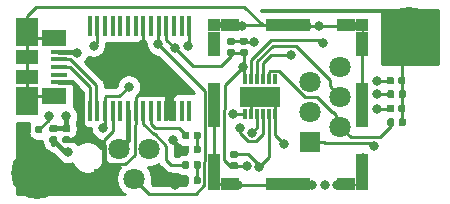
<source format=gbr>
G04 #@! TF.GenerationSoftware,KiCad,Pcbnew,5.1.5-52549c5~84~ubuntu18.04.1*
G04 #@! TF.CreationDate,2020-05-04T20:07:59+02:00*
G04 #@! TF.ProjectId,rs485_usb_adapter,72733438-355f-4757-9362-5f6164617074,rev?*
G04 #@! TF.SameCoordinates,Original*
G04 #@! TF.FileFunction,Copper,L1,Top*
G04 #@! TF.FilePolarity,Positive*
%FSLAX46Y46*%
G04 Gerber Fmt 4.6, Leading zero omitted, Abs format (unit mm)*
G04 Created by KiCad (PCBNEW 5.1.5-52549c5~84~ubuntu18.04.1) date 2020-05-04 20:07:59*
%MOMM*%
%LPD*%
G04 APERTURE LIST*
%ADD10C,0.100000*%
%ADD11C,4.400000*%
%ADD12R,1.380000X0.450000*%
%ADD13R,2.100000X1.475000*%
%ADD14R,1.900000X2.375000*%
%ADD15R,1.900000X1.175000*%
%ADD16R,1.000000X1.000000*%
%ADD17R,1.650000X1.000000*%
%ADD18R,3.800000X1.000000*%
%ADD19R,1.000000X2.130000*%
%ADD20R,1.000000X3.800000*%
%ADD21C,1.800000*%
%ADD22R,1.800000X1.800000*%
%ADD23R,0.304800X0.812800*%
%ADD24R,3.403600X1.803400*%
%ADD25R,0.450000X1.750000*%
%ADD26C,0.800000*%
%ADD27C,0.250000*%
%ADD28C,0.400000*%
%ADD29C,0.254000*%
G04 APERTURE END LIST*
G04 #@! TA.AperFunction,SMDPad,CuDef*
D10*
G36*
X165226958Y-86890710D02*
G01*
X165241276Y-86892834D01*
X165255317Y-86896351D01*
X165268946Y-86901228D01*
X165282031Y-86907417D01*
X165294447Y-86914858D01*
X165306073Y-86923481D01*
X165316798Y-86933202D01*
X165326519Y-86943927D01*
X165335142Y-86955553D01*
X165342583Y-86967969D01*
X165348772Y-86981054D01*
X165353649Y-86994683D01*
X165357166Y-87008724D01*
X165359290Y-87023042D01*
X165360000Y-87037500D01*
X165360000Y-87332500D01*
X165359290Y-87346958D01*
X165357166Y-87361276D01*
X165353649Y-87375317D01*
X165348772Y-87388946D01*
X165342583Y-87402031D01*
X165335142Y-87414447D01*
X165326519Y-87426073D01*
X165316798Y-87436798D01*
X165306073Y-87446519D01*
X165294447Y-87455142D01*
X165282031Y-87462583D01*
X165268946Y-87468772D01*
X165255317Y-87473649D01*
X165241276Y-87477166D01*
X165226958Y-87479290D01*
X165212500Y-87480000D01*
X164867500Y-87480000D01*
X164853042Y-87479290D01*
X164838724Y-87477166D01*
X164824683Y-87473649D01*
X164811054Y-87468772D01*
X164797969Y-87462583D01*
X164785553Y-87455142D01*
X164773927Y-87446519D01*
X164763202Y-87436798D01*
X164753481Y-87426073D01*
X164744858Y-87414447D01*
X164737417Y-87402031D01*
X164731228Y-87388946D01*
X164726351Y-87375317D01*
X164722834Y-87361276D01*
X164720710Y-87346958D01*
X164720000Y-87332500D01*
X164720000Y-87037500D01*
X164720710Y-87023042D01*
X164722834Y-87008724D01*
X164726351Y-86994683D01*
X164731228Y-86981054D01*
X164737417Y-86967969D01*
X164744858Y-86955553D01*
X164753481Y-86943927D01*
X164763202Y-86933202D01*
X164773927Y-86923481D01*
X164785553Y-86914858D01*
X164797969Y-86907417D01*
X164811054Y-86901228D01*
X164824683Y-86896351D01*
X164838724Y-86892834D01*
X164853042Y-86890710D01*
X164867500Y-86890000D01*
X165212500Y-86890000D01*
X165226958Y-86890710D01*
G37*
G04 #@! TD.AperFunction*
G04 #@! TA.AperFunction,SMDPad,CuDef*
G36*
X165226958Y-85920710D02*
G01*
X165241276Y-85922834D01*
X165255317Y-85926351D01*
X165268946Y-85931228D01*
X165282031Y-85937417D01*
X165294447Y-85944858D01*
X165306073Y-85953481D01*
X165316798Y-85963202D01*
X165326519Y-85973927D01*
X165335142Y-85985553D01*
X165342583Y-85997969D01*
X165348772Y-86011054D01*
X165353649Y-86024683D01*
X165357166Y-86038724D01*
X165359290Y-86053042D01*
X165360000Y-86067500D01*
X165360000Y-86362500D01*
X165359290Y-86376958D01*
X165357166Y-86391276D01*
X165353649Y-86405317D01*
X165348772Y-86418946D01*
X165342583Y-86432031D01*
X165335142Y-86444447D01*
X165326519Y-86456073D01*
X165316798Y-86466798D01*
X165306073Y-86476519D01*
X165294447Y-86485142D01*
X165282031Y-86492583D01*
X165268946Y-86498772D01*
X165255317Y-86503649D01*
X165241276Y-86507166D01*
X165226958Y-86509290D01*
X165212500Y-86510000D01*
X164867500Y-86510000D01*
X164853042Y-86509290D01*
X164838724Y-86507166D01*
X164824683Y-86503649D01*
X164811054Y-86498772D01*
X164797969Y-86492583D01*
X164785553Y-86485142D01*
X164773927Y-86476519D01*
X164763202Y-86466798D01*
X164753481Y-86456073D01*
X164744858Y-86444447D01*
X164737417Y-86432031D01*
X164731228Y-86418946D01*
X164726351Y-86405317D01*
X164722834Y-86391276D01*
X164720710Y-86376958D01*
X164720000Y-86362500D01*
X164720000Y-86067500D01*
X164720710Y-86053042D01*
X164722834Y-86038724D01*
X164726351Y-86024683D01*
X164731228Y-86011054D01*
X164737417Y-85997969D01*
X164744858Y-85985553D01*
X164753481Y-85973927D01*
X164763202Y-85963202D01*
X164773927Y-85953481D01*
X164785553Y-85944858D01*
X164797969Y-85937417D01*
X164811054Y-85931228D01*
X164824683Y-85926351D01*
X164838724Y-85922834D01*
X164853042Y-85920710D01*
X164867500Y-85920000D01*
X165212500Y-85920000D01*
X165226958Y-85920710D01*
G37*
G04 #@! TD.AperFunction*
G04 #@! TA.AperFunction,SMDPad,CuDef*
G36*
X164136958Y-85930710D02*
G01*
X164151276Y-85932834D01*
X164165317Y-85936351D01*
X164178946Y-85941228D01*
X164192031Y-85947417D01*
X164204447Y-85954858D01*
X164216073Y-85963481D01*
X164226798Y-85973202D01*
X164236519Y-85983927D01*
X164245142Y-85995553D01*
X164252583Y-86007969D01*
X164258772Y-86021054D01*
X164263649Y-86034683D01*
X164267166Y-86048724D01*
X164269290Y-86063042D01*
X164270000Y-86077500D01*
X164270000Y-86372500D01*
X164269290Y-86386958D01*
X164267166Y-86401276D01*
X164263649Y-86415317D01*
X164258772Y-86428946D01*
X164252583Y-86442031D01*
X164245142Y-86454447D01*
X164236519Y-86466073D01*
X164226798Y-86476798D01*
X164216073Y-86486519D01*
X164204447Y-86495142D01*
X164192031Y-86502583D01*
X164178946Y-86508772D01*
X164165317Y-86513649D01*
X164151276Y-86517166D01*
X164136958Y-86519290D01*
X164122500Y-86520000D01*
X163777500Y-86520000D01*
X163763042Y-86519290D01*
X163748724Y-86517166D01*
X163734683Y-86513649D01*
X163721054Y-86508772D01*
X163707969Y-86502583D01*
X163695553Y-86495142D01*
X163683927Y-86486519D01*
X163673202Y-86476798D01*
X163663481Y-86466073D01*
X163654858Y-86454447D01*
X163647417Y-86442031D01*
X163641228Y-86428946D01*
X163636351Y-86415317D01*
X163632834Y-86401276D01*
X163630710Y-86386958D01*
X163630000Y-86372500D01*
X163630000Y-86077500D01*
X163630710Y-86063042D01*
X163632834Y-86048724D01*
X163636351Y-86034683D01*
X163641228Y-86021054D01*
X163647417Y-86007969D01*
X163654858Y-85995553D01*
X163663481Y-85983927D01*
X163673202Y-85973202D01*
X163683927Y-85963481D01*
X163695553Y-85954858D01*
X163707969Y-85947417D01*
X163721054Y-85941228D01*
X163734683Y-85936351D01*
X163748724Y-85932834D01*
X163763042Y-85930710D01*
X163777500Y-85930000D01*
X164122500Y-85930000D01*
X164136958Y-85930710D01*
G37*
G04 #@! TD.AperFunction*
G04 #@! TA.AperFunction,SMDPad,CuDef*
G36*
X164136958Y-86900710D02*
G01*
X164151276Y-86902834D01*
X164165317Y-86906351D01*
X164178946Y-86911228D01*
X164192031Y-86917417D01*
X164204447Y-86924858D01*
X164216073Y-86933481D01*
X164226798Y-86943202D01*
X164236519Y-86953927D01*
X164245142Y-86965553D01*
X164252583Y-86977969D01*
X164258772Y-86991054D01*
X164263649Y-87004683D01*
X164267166Y-87018724D01*
X164269290Y-87033042D01*
X164270000Y-87047500D01*
X164270000Y-87342500D01*
X164269290Y-87356958D01*
X164267166Y-87371276D01*
X164263649Y-87385317D01*
X164258772Y-87398946D01*
X164252583Y-87412031D01*
X164245142Y-87424447D01*
X164236519Y-87436073D01*
X164226798Y-87446798D01*
X164216073Y-87456519D01*
X164204447Y-87465142D01*
X164192031Y-87472583D01*
X164178946Y-87478772D01*
X164165317Y-87483649D01*
X164151276Y-87487166D01*
X164136958Y-87489290D01*
X164122500Y-87490000D01*
X163777500Y-87490000D01*
X163763042Y-87489290D01*
X163748724Y-87487166D01*
X163734683Y-87483649D01*
X163721054Y-87478772D01*
X163707969Y-87472583D01*
X163695553Y-87465142D01*
X163683927Y-87456519D01*
X163673202Y-87446798D01*
X163663481Y-87436073D01*
X163654858Y-87424447D01*
X163647417Y-87412031D01*
X163641228Y-87398946D01*
X163636351Y-87385317D01*
X163632834Y-87371276D01*
X163630710Y-87356958D01*
X163630000Y-87342500D01*
X163630000Y-87047500D01*
X163630710Y-87033042D01*
X163632834Y-87018724D01*
X163636351Y-87004683D01*
X163641228Y-86991054D01*
X163647417Y-86977969D01*
X163654858Y-86965553D01*
X163663481Y-86953927D01*
X163673202Y-86943202D01*
X163683927Y-86933481D01*
X163695553Y-86924858D01*
X163707969Y-86917417D01*
X163721054Y-86911228D01*
X163734683Y-86906351D01*
X163748724Y-86902834D01*
X163763042Y-86900710D01*
X163777500Y-86900000D01*
X164122500Y-86900000D01*
X164136958Y-86900710D01*
G37*
G04 #@! TD.AperFunction*
D11*
X147500000Y-97400000D03*
X179000000Y-85500000D03*
D12*
X149360000Y-87100000D03*
X149360000Y-87750000D03*
X149360000Y-88400000D03*
X149360000Y-89050000D03*
X149360000Y-89700000D03*
D13*
X149000000Y-85937500D03*
X149000000Y-90862500D03*
D14*
X146700000Y-85490000D03*
X146700000Y-91310000D03*
D15*
X146700000Y-87560000D03*
X146700000Y-89240000D03*
D16*
X162550000Y-84870000D03*
X175050000Y-84870000D03*
X175050000Y-98330000D03*
X162550000Y-98330000D03*
D17*
X163875000Y-84870000D03*
X163875000Y-98330000D03*
D18*
X168800000Y-84870000D03*
X168800000Y-98330000D03*
D17*
X173725000Y-84870000D03*
X173725000Y-98330000D03*
D19*
X162550000Y-86435000D03*
X175050000Y-86435000D03*
D20*
X162550000Y-91600000D03*
X175050000Y-91600000D03*
D19*
X162550000Y-96765000D03*
X175050000Y-96765000D03*
D21*
X173210000Y-88390000D03*
X170670000Y-89660000D03*
D22*
X170670000Y-94740000D03*
D21*
X173210000Y-93470000D03*
X170670000Y-92200000D03*
X173210000Y-90930000D03*
G04 #@! TA.AperFunction,SMDPad,CuDef*
D10*
G36*
X164386958Y-95520710D02*
G01*
X164401276Y-95522834D01*
X164415317Y-95526351D01*
X164428946Y-95531228D01*
X164442031Y-95537417D01*
X164454447Y-95544858D01*
X164466073Y-95553481D01*
X164476798Y-95563202D01*
X164486519Y-95573927D01*
X164495142Y-95585553D01*
X164502583Y-95597969D01*
X164508772Y-95611054D01*
X164513649Y-95624683D01*
X164517166Y-95638724D01*
X164519290Y-95653042D01*
X164520000Y-95667500D01*
X164520000Y-95962500D01*
X164519290Y-95976958D01*
X164517166Y-95991276D01*
X164513649Y-96005317D01*
X164508772Y-96018946D01*
X164502583Y-96032031D01*
X164495142Y-96044447D01*
X164486519Y-96056073D01*
X164476798Y-96066798D01*
X164466073Y-96076519D01*
X164454447Y-96085142D01*
X164442031Y-96092583D01*
X164428946Y-96098772D01*
X164415317Y-96103649D01*
X164401276Y-96107166D01*
X164386958Y-96109290D01*
X164372500Y-96110000D01*
X164027500Y-96110000D01*
X164013042Y-96109290D01*
X163998724Y-96107166D01*
X163984683Y-96103649D01*
X163971054Y-96098772D01*
X163957969Y-96092583D01*
X163945553Y-96085142D01*
X163933927Y-96076519D01*
X163923202Y-96066798D01*
X163913481Y-96056073D01*
X163904858Y-96044447D01*
X163897417Y-96032031D01*
X163891228Y-96018946D01*
X163886351Y-96005317D01*
X163882834Y-95991276D01*
X163880710Y-95976958D01*
X163880000Y-95962500D01*
X163880000Y-95667500D01*
X163880710Y-95653042D01*
X163882834Y-95638724D01*
X163886351Y-95624683D01*
X163891228Y-95611054D01*
X163897417Y-95597969D01*
X163904858Y-95585553D01*
X163913481Y-95573927D01*
X163923202Y-95563202D01*
X163933927Y-95553481D01*
X163945553Y-95544858D01*
X163957969Y-95537417D01*
X163971054Y-95531228D01*
X163984683Y-95526351D01*
X163998724Y-95522834D01*
X164013042Y-95520710D01*
X164027500Y-95520000D01*
X164372500Y-95520000D01*
X164386958Y-95520710D01*
G37*
G04 #@! TD.AperFunction*
G04 #@! TA.AperFunction,SMDPad,CuDef*
G36*
X164386958Y-96490710D02*
G01*
X164401276Y-96492834D01*
X164415317Y-96496351D01*
X164428946Y-96501228D01*
X164442031Y-96507417D01*
X164454447Y-96514858D01*
X164466073Y-96523481D01*
X164476798Y-96533202D01*
X164486519Y-96543927D01*
X164495142Y-96555553D01*
X164502583Y-96567969D01*
X164508772Y-96581054D01*
X164513649Y-96594683D01*
X164517166Y-96608724D01*
X164519290Y-96623042D01*
X164520000Y-96637500D01*
X164520000Y-96932500D01*
X164519290Y-96946958D01*
X164517166Y-96961276D01*
X164513649Y-96975317D01*
X164508772Y-96988946D01*
X164502583Y-97002031D01*
X164495142Y-97014447D01*
X164486519Y-97026073D01*
X164476798Y-97036798D01*
X164466073Y-97046519D01*
X164454447Y-97055142D01*
X164442031Y-97062583D01*
X164428946Y-97068772D01*
X164415317Y-97073649D01*
X164401276Y-97077166D01*
X164386958Y-97079290D01*
X164372500Y-97080000D01*
X164027500Y-97080000D01*
X164013042Y-97079290D01*
X163998724Y-97077166D01*
X163984683Y-97073649D01*
X163971054Y-97068772D01*
X163957969Y-97062583D01*
X163945553Y-97055142D01*
X163933927Y-97046519D01*
X163923202Y-97036798D01*
X163913481Y-97026073D01*
X163904858Y-97014447D01*
X163897417Y-97002031D01*
X163891228Y-96988946D01*
X163886351Y-96975317D01*
X163882834Y-96961276D01*
X163880710Y-96946958D01*
X163880000Y-96932500D01*
X163880000Y-96637500D01*
X163880710Y-96623042D01*
X163882834Y-96608724D01*
X163886351Y-96594683D01*
X163891228Y-96581054D01*
X163897417Y-96567969D01*
X163904858Y-96555553D01*
X163913481Y-96543927D01*
X163923202Y-96533202D01*
X163933927Y-96523481D01*
X163945553Y-96514858D01*
X163957969Y-96507417D01*
X163971054Y-96501228D01*
X163984683Y-96496351D01*
X163998724Y-96492834D01*
X164013042Y-96490710D01*
X164027500Y-96490000D01*
X164372500Y-96490000D01*
X164386958Y-96490710D01*
G37*
G04 #@! TD.AperFunction*
G04 #@! TA.AperFunction,SMDPad,CuDef*
G36*
X160276958Y-95080710D02*
G01*
X160291276Y-95082834D01*
X160305317Y-95086351D01*
X160318946Y-95091228D01*
X160332031Y-95097417D01*
X160344447Y-95104858D01*
X160356073Y-95113481D01*
X160366798Y-95123202D01*
X160376519Y-95133927D01*
X160385142Y-95145553D01*
X160392583Y-95157969D01*
X160398772Y-95171054D01*
X160403649Y-95184683D01*
X160407166Y-95198724D01*
X160409290Y-95213042D01*
X160410000Y-95227500D01*
X160410000Y-95572500D01*
X160409290Y-95586958D01*
X160407166Y-95601276D01*
X160403649Y-95615317D01*
X160398772Y-95628946D01*
X160392583Y-95642031D01*
X160385142Y-95654447D01*
X160376519Y-95666073D01*
X160366798Y-95676798D01*
X160356073Y-95686519D01*
X160344447Y-95695142D01*
X160332031Y-95702583D01*
X160318946Y-95708772D01*
X160305317Y-95713649D01*
X160291276Y-95717166D01*
X160276958Y-95719290D01*
X160262500Y-95720000D01*
X159967500Y-95720000D01*
X159953042Y-95719290D01*
X159938724Y-95717166D01*
X159924683Y-95713649D01*
X159911054Y-95708772D01*
X159897969Y-95702583D01*
X159885553Y-95695142D01*
X159873927Y-95686519D01*
X159863202Y-95676798D01*
X159853481Y-95666073D01*
X159844858Y-95654447D01*
X159837417Y-95642031D01*
X159831228Y-95628946D01*
X159826351Y-95615317D01*
X159822834Y-95601276D01*
X159820710Y-95586958D01*
X159820000Y-95572500D01*
X159820000Y-95227500D01*
X159820710Y-95213042D01*
X159822834Y-95198724D01*
X159826351Y-95184683D01*
X159831228Y-95171054D01*
X159837417Y-95157969D01*
X159844858Y-95145553D01*
X159853481Y-95133927D01*
X159863202Y-95123202D01*
X159873927Y-95113481D01*
X159885553Y-95104858D01*
X159897969Y-95097417D01*
X159911054Y-95091228D01*
X159924683Y-95086351D01*
X159938724Y-95082834D01*
X159953042Y-95080710D01*
X159967500Y-95080000D01*
X160262500Y-95080000D01*
X160276958Y-95080710D01*
G37*
G04 #@! TD.AperFunction*
G04 #@! TA.AperFunction,SMDPad,CuDef*
G36*
X161246958Y-95080710D02*
G01*
X161261276Y-95082834D01*
X161275317Y-95086351D01*
X161288946Y-95091228D01*
X161302031Y-95097417D01*
X161314447Y-95104858D01*
X161326073Y-95113481D01*
X161336798Y-95123202D01*
X161346519Y-95133927D01*
X161355142Y-95145553D01*
X161362583Y-95157969D01*
X161368772Y-95171054D01*
X161373649Y-95184683D01*
X161377166Y-95198724D01*
X161379290Y-95213042D01*
X161380000Y-95227500D01*
X161380000Y-95572500D01*
X161379290Y-95586958D01*
X161377166Y-95601276D01*
X161373649Y-95615317D01*
X161368772Y-95628946D01*
X161362583Y-95642031D01*
X161355142Y-95654447D01*
X161346519Y-95666073D01*
X161336798Y-95676798D01*
X161326073Y-95686519D01*
X161314447Y-95695142D01*
X161302031Y-95702583D01*
X161288946Y-95708772D01*
X161275317Y-95713649D01*
X161261276Y-95717166D01*
X161246958Y-95719290D01*
X161232500Y-95720000D01*
X160937500Y-95720000D01*
X160923042Y-95719290D01*
X160908724Y-95717166D01*
X160894683Y-95713649D01*
X160881054Y-95708772D01*
X160867969Y-95702583D01*
X160855553Y-95695142D01*
X160843927Y-95686519D01*
X160833202Y-95676798D01*
X160823481Y-95666073D01*
X160814858Y-95654447D01*
X160807417Y-95642031D01*
X160801228Y-95628946D01*
X160796351Y-95615317D01*
X160792834Y-95601276D01*
X160790710Y-95586958D01*
X160790000Y-95572500D01*
X160790000Y-95227500D01*
X160790710Y-95213042D01*
X160792834Y-95198724D01*
X160796351Y-95184683D01*
X160801228Y-95171054D01*
X160807417Y-95157969D01*
X160814858Y-95145553D01*
X160823481Y-95133927D01*
X160833202Y-95123202D01*
X160843927Y-95113481D01*
X160855553Y-95104858D01*
X160867969Y-95097417D01*
X160881054Y-95091228D01*
X160894683Y-95086351D01*
X160908724Y-95082834D01*
X160923042Y-95080710D01*
X160937500Y-95080000D01*
X161232500Y-95080000D01*
X161246958Y-95080710D01*
G37*
G04 #@! TD.AperFunction*
G04 #@! TA.AperFunction,SMDPad,CuDef*
G36*
X160276958Y-97680710D02*
G01*
X160291276Y-97682834D01*
X160305317Y-97686351D01*
X160318946Y-97691228D01*
X160332031Y-97697417D01*
X160344447Y-97704858D01*
X160356073Y-97713481D01*
X160366798Y-97723202D01*
X160376519Y-97733927D01*
X160385142Y-97745553D01*
X160392583Y-97757969D01*
X160398772Y-97771054D01*
X160403649Y-97784683D01*
X160407166Y-97798724D01*
X160409290Y-97813042D01*
X160410000Y-97827500D01*
X160410000Y-98172500D01*
X160409290Y-98186958D01*
X160407166Y-98201276D01*
X160403649Y-98215317D01*
X160398772Y-98228946D01*
X160392583Y-98242031D01*
X160385142Y-98254447D01*
X160376519Y-98266073D01*
X160366798Y-98276798D01*
X160356073Y-98286519D01*
X160344447Y-98295142D01*
X160332031Y-98302583D01*
X160318946Y-98308772D01*
X160305317Y-98313649D01*
X160291276Y-98317166D01*
X160276958Y-98319290D01*
X160262500Y-98320000D01*
X159967500Y-98320000D01*
X159953042Y-98319290D01*
X159938724Y-98317166D01*
X159924683Y-98313649D01*
X159911054Y-98308772D01*
X159897969Y-98302583D01*
X159885553Y-98295142D01*
X159873927Y-98286519D01*
X159863202Y-98276798D01*
X159853481Y-98266073D01*
X159844858Y-98254447D01*
X159837417Y-98242031D01*
X159831228Y-98228946D01*
X159826351Y-98215317D01*
X159822834Y-98201276D01*
X159820710Y-98186958D01*
X159820000Y-98172500D01*
X159820000Y-97827500D01*
X159820710Y-97813042D01*
X159822834Y-97798724D01*
X159826351Y-97784683D01*
X159831228Y-97771054D01*
X159837417Y-97757969D01*
X159844858Y-97745553D01*
X159853481Y-97733927D01*
X159863202Y-97723202D01*
X159873927Y-97713481D01*
X159885553Y-97704858D01*
X159897969Y-97697417D01*
X159911054Y-97691228D01*
X159924683Y-97686351D01*
X159938724Y-97682834D01*
X159953042Y-97680710D01*
X159967500Y-97680000D01*
X160262500Y-97680000D01*
X160276958Y-97680710D01*
G37*
G04 #@! TD.AperFunction*
G04 #@! TA.AperFunction,SMDPad,CuDef*
G36*
X161246958Y-97680710D02*
G01*
X161261276Y-97682834D01*
X161275317Y-97686351D01*
X161288946Y-97691228D01*
X161302031Y-97697417D01*
X161314447Y-97704858D01*
X161326073Y-97713481D01*
X161336798Y-97723202D01*
X161346519Y-97733927D01*
X161355142Y-97745553D01*
X161362583Y-97757969D01*
X161368772Y-97771054D01*
X161373649Y-97784683D01*
X161377166Y-97798724D01*
X161379290Y-97813042D01*
X161380000Y-97827500D01*
X161380000Y-98172500D01*
X161379290Y-98186958D01*
X161377166Y-98201276D01*
X161373649Y-98215317D01*
X161368772Y-98228946D01*
X161362583Y-98242031D01*
X161355142Y-98254447D01*
X161346519Y-98266073D01*
X161336798Y-98276798D01*
X161326073Y-98286519D01*
X161314447Y-98295142D01*
X161302031Y-98302583D01*
X161288946Y-98308772D01*
X161275317Y-98313649D01*
X161261276Y-98317166D01*
X161246958Y-98319290D01*
X161232500Y-98320000D01*
X160937500Y-98320000D01*
X160923042Y-98319290D01*
X160908724Y-98317166D01*
X160894683Y-98313649D01*
X160881054Y-98308772D01*
X160867969Y-98302583D01*
X160855553Y-98295142D01*
X160843927Y-98286519D01*
X160833202Y-98276798D01*
X160823481Y-98266073D01*
X160814858Y-98254447D01*
X160807417Y-98242031D01*
X160801228Y-98228946D01*
X160796351Y-98215317D01*
X160792834Y-98201276D01*
X160790710Y-98186958D01*
X160790000Y-98172500D01*
X160790000Y-97827500D01*
X160790710Y-97813042D01*
X160792834Y-97798724D01*
X160796351Y-97784683D01*
X160801228Y-97771054D01*
X160807417Y-97757969D01*
X160814858Y-97745553D01*
X160823481Y-97733927D01*
X160833202Y-97723202D01*
X160843927Y-97713481D01*
X160855553Y-97704858D01*
X160867969Y-97697417D01*
X160881054Y-97691228D01*
X160894683Y-97686351D01*
X160908724Y-97682834D01*
X160923042Y-97680710D01*
X160937500Y-97680000D01*
X161232500Y-97680000D01*
X161246958Y-97680710D01*
G37*
G04 #@! TD.AperFunction*
D23*
X165160000Y-92357800D03*
X165660000Y-92357800D03*
X166160000Y-92357800D03*
X166660000Y-92357800D03*
X167160000Y-92357800D03*
X167660000Y-92357800D03*
X167660000Y-89462200D03*
X167160000Y-89462200D03*
X166660000Y-89462200D03*
X166160000Y-89462200D03*
X165660000Y-89462200D03*
X165160000Y-89462200D03*
D24*
X166410000Y-90910000D03*
D25*
X160425000Y-84900000D03*
X159775000Y-84900000D03*
X159125000Y-84900000D03*
X158475000Y-84900000D03*
X157825000Y-84900000D03*
X157175000Y-84900000D03*
X156525000Y-84900000D03*
X155875000Y-84900000D03*
X155225000Y-84900000D03*
X154575000Y-84900000D03*
X153925000Y-84900000D03*
X153275000Y-84900000D03*
X152625000Y-84900000D03*
X151975000Y-84900000D03*
X151975000Y-92100000D03*
X152625000Y-92100000D03*
X153275000Y-92100000D03*
X153925000Y-92100000D03*
X154575000Y-92100000D03*
X155225000Y-92100000D03*
X155875000Y-92100000D03*
X156525000Y-92100000D03*
X157175000Y-92100000D03*
X157825000Y-92100000D03*
X158475000Y-92100000D03*
X159125000Y-92100000D03*
X159775000Y-92100000D03*
X160425000Y-92100000D03*
G04 #@! TA.AperFunction,SMDPad,CuDef*
D10*
G36*
X150186958Y-93320710D02*
G01*
X150201276Y-93322834D01*
X150215317Y-93326351D01*
X150228946Y-93331228D01*
X150242031Y-93337417D01*
X150254447Y-93344858D01*
X150266073Y-93353481D01*
X150276798Y-93363202D01*
X150286519Y-93373927D01*
X150295142Y-93385553D01*
X150302583Y-93397969D01*
X150308772Y-93411054D01*
X150313649Y-93424683D01*
X150317166Y-93438724D01*
X150319290Y-93453042D01*
X150320000Y-93467500D01*
X150320000Y-93762500D01*
X150319290Y-93776958D01*
X150317166Y-93791276D01*
X150313649Y-93805317D01*
X150308772Y-93818946D01*
X150302583Y-93832031D01*
X150295142Y-93844447D01*
X150286519Y-93856073D01*
X150276798Y-93866798D01*
X150266073Y-93876519D01*
X150254447Y-93885142D01*
X150242031Y-93892583D01*
X150228946Y-93898772D01*
X150215317Y-93903649D01*
X150201276Y-93907166D01*
X150186958Y-93909290D01*
X150172500Y-93910000D01*
X149827500Y-93910000D01*
X149813042Y-93909290D01*
X149798724Y-93907166D01*
X149784683Y-93903649D01*
X149771054Y-93898772D01*
X149757969Y-93892583D01*
X149745553Y-93885142D01*
X149733927Y-93876519D01*
X149723202Y-93866798D01*
X149713481Y-93856073D01*
X149704858Y-93844447D01*
X149697417Y-93832031D01*
X149691228Y-93818946D01*
X149686351Y-93805317D01*
X149682834Y-93791276D01*
X149680710Y-93776958D01*
X149680000Y-93762500D01*
X149680000Y-93467500D01*
X149680710Y-93453042D01*
X149682834Y-93438724D01*
X149686351Y-93424683D01*
X149691228Y-93411054D01*
X149697417Y-93397969D01*
X149704858Y-93385553D01*
X149713481Y-93373927D01*
X149723202Y-93363202D01*
X149733927Y-93353481D01*
X149745553Y-93344858D01*
X149757969Y-93337417D01*
X149771054Y-93331228D01*
X149784683Y-93326351D01*
X149798724Y-93322834D01*
X149813042Y-93320710D01*
X149827500Y-93320000D01*
X150172500Y-93320000D01*
X150186958Y-93320710D01*
G37*
G04 #@! TD.AperFunction*
G04 #@! TA.AperFunction,SMDPad,CuDef*
G36*
X150186958Y-94290710D02*
G01*
X150201276Y-94292834D01*
X150215317Y-94296351D01*
X150228946Y-94301228D01*
X150242031Y-94307417D01*
X150254447Y-94314858D01*
X150266073Y-94323481D01*
X150276798Y-94333202D01*
X150286519Y-94343927D01*
X150295142Y-94355553D01*
X150302583Y-94367969D01*
X150308772Y-94381054D01*
X150313649Y-94394683D01*
X150317166Y-94408724D01*
X150319290Y-94423042D01*
X150320000Y-94437500D01*
X150320000Y-94732500D01*
X150319290Y-94746958D01*
X150317166Y-94761276D01*
X150313649Y-94775317D01*
X150308772Y-94788946D01*
X150302583Y-94802031D01*
X150295142Y-94814447D01*
X150286519Y-94826073D01*
X150276798Y-94836798D01*
X150266073Y-94846519D01*
X150254447Y-94855142D01*
X150242031Y-94862583D01*
X150228946Y-94868772D01*
X150215317Y-94873649D01*
X150201276Y-94877166D01*
X150186958Y-94879290D01*
X150172500Y-94880000D01*
X149827500Y-94880000D01*
X149813042Y-94879290D01*
X149798724Y-94877166D01*
X149784683Y-94873649D01*
X149771054Y-94868772D01*
X149757969Y-94862583D01*
X149745553Y-94855142D01*
X149733927Y-94846519D01*
X149723202Y-94836798D01*
X149713481Y-94826073D01*
X149704858Y-94814447D01*
X149697417Y-94802031D01*
X149691228Y-94788946D01*
X149686351Y-94775317D01*
X149682834Y-94761276D01*
X149680710Y-94746958D01*
X149680000Y-94732500D01*
X149680000Y-94437500D01*
X149680710Y-94423042D01*
X149682834Y-94408724D01*
X149686351Y-94394683D01*
X149691228Y-94381054D01*
X149697417Y-94367969D01*
X149704858Y-94355553D01*
X149713481Y-94343927D01*
X149723202Y-94333202D01*
X149733927Y-94323481D01*
X149745553Y-94314858D01*
X149757969Y-94307417D01*
X149771054Y-94301228D01*
X149784683Y-94296351D01*
X149798724Y-94292834D01*
X149813042Y-94290710D01*
X149827500Y-94290000D01*
X150172500Y-94290000D01*
X150186958Y-94290710D01*
G37*
G04 #@! TD.AperFunction*
G04 #@! TA.AperFunction,SMDPad,CuDef*
G36*
X146876958Y-93380710D02*
G01*
X146891276Y-93382834D01*
X146905317Y-93386351D01*
X146918946Y-93391228D01*
X146932031Y-93397417D01*
X146944447Y-93404858D01*
X146956073Y-93413481D01*
X146966798Y-93423202D01*
X146976519Y-93433927D01*
X146985142Y-93445553D01*
X146992583Y-93457969D01*
X146998772Y-93471054D01*
X147003649Y-93484683D01*
X147007166Y-93498724D01*
X147009290Y-93513042D01*
X147010000Y-93527500D01*
X147010000Y-93872500D01*
X147009290Y-93886958D01*
X147007166Y-93901276D01*
X147003649Y-93915317D01*
X146998772Y-93928946D01*
X146992583Y-93942031D01*
X146985142Y-93954447D01*
X146976519Y-93966073D01*
X146966798Y-93976798D01*
X146956073Y-93986519D01*
X146944447Y-93995142D01*
X146932031Y-94002583D01*
X146918946Y-94008772D01*
X146905317Y-94013649D01*
X146891276Y-94017166D01*
X146876958Y-94019290D01*
X146862500Y-94020000D01*
X146567500Y-94020000D01*
X146553042Y-94019290D01*
X146538724Y-94017166D01*
X146524683Y-94013649D01*
X146511054Y-94008772D01*
X146497969Y-94002583D01*
X146485553Y-93995142D01*
X146473927Y-93986519D01*
X146463202Y-93976798D01*
X146453481Y-93966073D01*
X146444858Y-93954447D01*
X146437417Y-93942031D01*
X146431228Y-93928946D01*
X146426351Y-93915317D01*
X146422834Y-93901276D01*
X146420710Y-93886958D01*
X146420000Y-93872500D01*
X146420000Y-93527500D01*
X146420710Y-93513042D01*
X146422834Y-93498724D01*
X146426351Y-93484683D01*
X146431228Y-93471054D01*
X146437417Y-93457969D01*
X146444858Y-93445553D01*
X146453481Y-93433927D01*
X146463202Y-93423202D01*
X146473927Y-93413481D01*
X146485553Y-93404858D01*
X146497969Y-93397417D01*
X146511054Y-93391228D01*
X146524683Y-93386351D01*
X146538724Y-93382834D01*
X146553042Y-93380710D01*
X146567500Y-93380000D01*
X146862500Y-93380000D01*
X146876958Y-93380710D01*
G37*
G04 #@! TD.AperFunction*
G04 #@! TA.AperFunction,SMDPad,CuDef*
G36*
X147846958Y-93380710D02*
G01*
X147861276Y-93382834D01*
X147875317Y-93386351D01*
X147888946Y-93391228D01*
X147902031Y-93397417D01*
X147914447Y-93404858D01*
X147926073Y-93413481D01*
X147936798Y-93423202D01*
X147946519Y-93433927D01*
X147955142Y-93445553D01*
X147962583Y-93457969D01*
X147968772Y-93471054D01*
X147973649Y-93484683D01*
X147977166Y-93498724D01*
X147979290Y-93513042D01*
X147980000Y-93527500D01*
X147980000Y-93872500D01*
X147979290Y-93886958D01*
X147977166Y-93901276D01*
X147973649Y-93915317D01*
X147968772Y-93928946D01*
X147962583Y-93942031D01*
X147955142Y-93954447D01*
X147946519Y-93966073D01*
X147936798Y-93976798D01*
X147926073Y-93986519D01*
X147914447Y-93995142D01*
X147902031Y-94002583D01*
X147888946Y-94008772D01*
X147875317Y-94013649D01*
X147861276Y-94017166D01*
X147846958Y-94019290D01*
X147832500Y-94020000D01*
X147537500Y-94020000D01*
X147523042Y-94019290D01*
X147508724Y-94017166D01*
X147494683Y-94013649D01*
X147481054Y-94008772D01*
X147467969Y-94002583D01*
X147455553Y-93995142D01*
X147443927Y-93986519D01*
X147433202Y-93976798D01*
X147423481Y-93966073D01*
X147414858Y-93954447D01*
X147407417Y-93942031D01*
X147401228Y-93928946D01*
X147396351Y-93915317D01*
X147392834Y-93901276D01*
X147390710Y-93886958D01*
X147390000Y-93872500D01*
X147390000Y-93527500D01*
X147390710Y-93513042D01*
X147392834Y-93498724D01*
X147396351Y-93484683D01*
X147401228Y-93471054D01*
X147407417Y-93457969D01*
X147414858Y-93445553D01*
X147423481Y-93433927D01*
X147433202Y-93423202D01*
X147443927Y-93413481D01*
X147455553Y-93404858D01*
X147467969Y-93397417D01*
X147481054Y-93391228D01*
X147494683Y-93386351D01*
X147508724Y-93382834D01*
X147523042Y-93380710D01*
X147537500Y-93380000D01*
X147832500Y-93380000D01*
X147846958Y-93380710D01*
G37*
G04 #@! TD.AperFunction*
G04 #@! TA.AperFunction,SMDPad,CuDef*
G36*
X149086958Y-94290710D02*
G01*
X149101276Y-94292834D01*
X149115317Y-94296351D01*
X149128946Y-94301228D01*
X149142031Y-94307417D01*
X149154447Y-94314858D01*
X149166073Y-94323481D01*
X149176798Y-94333202D01*
X149186519Y-94343927D01*
X149195142Y-94355553D01*
X149202583Y-94367969D01*
X149208772Y-94381054D01*
X149213649Y-94394683D01*
X149217166Y-94408724D01*
X149219290Y-94423042D01*
X149220000Y-94437500D01*
X149220000Y-94732500D01*
X149219290Y-94746958D01*
X149217166Y-94761276D01*
X149213649Y-94775317D01*
X149208772Y-94788946D01*
X149202583Y-94802031D01*
X149195142Y-94814447D01*
X149186519Y-94826073D01*
X149176798Y-94836798D01*
X149166073Y-94846519D01*
X149154447Y-94855142D01*
X149142031Y-94862583D01*
X149128946Y-94868772D01*
X149115317Y-94873649D01*
X149101276Y-94877166D01*
X149086958Y-94879290D01*
X149072500Y-94880000D01*
X148727500Y-94880000D01*
X148713042Y-94879290D01*
X148698724Y-94877166D01*
X148684683Y-94873649D01*
X148671054Y-94868772D01*
X148657969Y-94862583D01*
X148645553Y-94855142D01*
X148633927Y-94846519D01*
X148623202Y-94836798D01*
X148613481Y-94826073D01*
X148604858Y-94814447D01*
X148597417Y-94802031D01*
X148591228Y-94788946D01*
X148586351Y-94775317D01*
X148582834Y-94761276D01*
X148580710Y-94746958D01*
X148580000Y-94732500D01*
X148580000Y-94437500D01*
X148580710Y-94423042D01*
X148582834Y-94408724D01*
X148586351Y-94394683D01*
X148591228Y-94381054D01*
X148597417Y-94367969D01*
X148604858Y-94355553D01*
X148613481Y-94343927D01*
X148623202Y-94333202D01*
X148633927Y-94323481D01*
X148645553Y-94314858D01*
X148657969Y-94307417D01*
X148671054Y-94301228D01*
X148684683Y-94296351D01*
X148698724Y-94292834D01*
X148713042Y-94290710D01*
X148727500Y-94290000D01*
X149072500Y-94290000D01*
X149086958Y-94290710D01*
G37*
G04 #@! TD.AperFunction*
G04 #@! TA.AperFunction,SMDPad,CuDef*
G36*
X149086958Y-93320710D02*
G01*
X149101276Y-93322834D01*
X149115317Y-93326351D01*
X149128946Y-93331228D01*
X149142031Y-93337417D01*
X149154447Y-93344858D01*
X149166073Y-93353481D01*
X149176798Y-93363202D01*
X149186519Y-93373927D01*
X149195142Y-93385553D01*
X149202583Y-93397969D01*
X149208772Y-93411054D01*
X149213649Y-93424683D01*
X149217166Y-93438724D01*
X149219290Y-93453042D01*
X149220000Y-93467500D01*
X149220000Y-93762500D01*
X149219290Y-93776958D01*
X149217166Y-93791276D01*
X149213649Y-93805317D01*
X149208772Y-93818946D01*
X149202583Y-93832031D01*
X149195142Y-93844447D01*
X149186519Y-93856073D01*
X149176798Y-93866798D01*
X149166073Y-93876519D01*
X149154447Y-93885142D01*
X149142031Y-93892583D01*
X149128946Y-93898772D01*
X149115317Y-93903649D01*
X149101276Y-93907166D01*
X149086958Y-93909290D01*
X149072500Y-93910000D01*
X148727500Y-93910000D01*
X148713042Y-93909290D01*
X148698724Y-93907166D01*
X148684683Y-93903649D01*
X148671054Y-93898772D01*
X148657969Y-93892583D01*
X148645553Y-93885142D01*
X148633927Y-93876519D01*
X148623202Y-93866798D01*
X148613481Y-93856073D01*
X148604858Y-93844447D01*
X148597417Y-93832031D01*
X148591228Y-93818946D01*
X148586351Y-93805317D01*
X148582834Y-93791276D01*
X148580710Y-93776958D01*
X148580000Y-93762500D01*
X148580000Y-93467500D01*
X148580710Y-93453042D01*
X148582834Y-93438724D01*
X148586351Y-93424683D01*
X148591228Y-93411054D01*
X148597417Y-93397969D01*
X148604858Y-93385553D01*
X148613481Y-93373927D01*
X148623202Y-93363202D01*
X148633927Y-93353481D01*
X148645553Y-93344858D01*
X148657969Y-93337417D01*
X148671054Y-93331228D01*
X148684683Y-93326351D01*
X148698724Y-93322834D01*
X148713042Y-93320710D01*
X148727500Y-93320000D01*
X149072500Y-93320000D01*
X149086958Y-93320710D01*
G37*
G04 #@! TD.AperFunction*
D22*
X153195000Y-97870000D03*
D21*
X154465000Y-95330000D03*
X155735000Y-97870000D03*
X157005000Y-95330000D03*
G04 #@! TA.AperFunction,SMDPad,CuDef*
D10*
G36*
X160276958Y-93880710D02*
G01*
X160291276Y-93882834D01*
X160305317Y-93886351D01*
X160318946Y-93891228D01*
X160332031Y-93897417D01*
X160344447Y-93904858D01*
X160356073Y-93913481D01*
X160366798Y-93923202D01*
X160376519Y-93933927D01*
X160385142Y-93945553D01*
X160392583Y-93957969D01*
X160398772Y-93971054D01*
X160403649Y-93984683D01*
X160407166Y-93998724D01*
X160409290Y-94013042D01*
X160410000Y-94027500D01*
X160410000Y-94372500D01*
X160409290Y-94386958D01*
X160407166Y-94401276D01*
X160403649Y-94415317D01*
X160398772Y-94428946D01*
X160392583Y-94442031D01*
X160385142Y-94454447D01*
X160376519Y-94466073D01*
X160366798Y-94476798D01*
X160356073Y-94486519D01*
X160344447Y-94495142D01*
X160332031Y-94502583D01*
X160318946Y-94508772D01*
X160305317Y-94513649D01*
X160291276Y-94517166D01*
X160276958Y-94519290D01*
X160262500Y-94520000D01*
X159967500Y-94520000D01*
X159953042Y-94519290D01*
X159938724Y-94517166D01*
X159924683Y-94513649D01*
X159911054Y-94508772D01*
X159897969Y-94502583D01*
X159885553Y-94495142D01*
X159873927Y-94486519D01*
X159863202Y-94476798D01*
X159853481Y-94466073D01*
X159844858Y-94454447D01*
X159837417Y-94442031D01*
X159831228Y-94428946D01*
X159826351Y-94415317D01*
X159822834Y-94401276D01*
X159820710Y-94386958D01*
X159820000Y-94372500D01*
X159820000Y-94027500D01*
X159820710Y-94013042D01*
X159822834Y-93998724D01*
X159826351Y-93984683D01*
X159831228Y-93971054D01*
X159837417Y-93957969D01*
X159844858Y-93945553D01*
X159853481Y-93933927D01*
X159863202Y-93923202D01*
X159873927Y-93913481D01*
X159885553Y-93904858D01*
X159897969Y-93897417D01*
X159911054Y-93891228D01*
X159924683Y-93886351D01*
X159938724Y-93882834D01*
X159953042Y-93880710D01*
X159967500Y-93880000D01*
X160262500Y-93880000D01*
X160276958Y-93880710D01*
G37*
G04 #@! TD.AperFunction*
G04 #@! TA.AperFunction,SMDPad,CuDef*
G36*
X161246958Y-93880710D02*
G01*
X161261276Y-93882834D01*
X161275317Y-93886351D01*
X161288946Y-93891228D01*
X161302031Y-93897417D01*
X161314447Y-93904858D01*
X161326073Y-93913481D01*
X161336798Y-93923202D01*
X161346519Y-93933927D01*
X161355142Y-93945553D01*
X161362583Y-93957969D01*
X161368772Y-93971054D01*
X161373649Y-93984683D01*
X161377166Y-93998724D01*
X161379290Y-94013042D01*
X161380000Y-94027500D01*
X161380000Y-94372500D01*
X161379290Y-94386958D01*
X161377166Y-94401276D01*
X161373649Y-94415317D01*
X161368772Y-94428946D01*
X161362583Y-94442031D01*
X161355142Y-94454447D01*
X161346519Y-94466073D01*
X161336798Y-94476798D01*
X161326073Y-94486519D01*
X161314447Y-94495142D01*
X161302031Y-94502583D01*
X161288946Y-94508772D01*
X161275317Y-94513649D01*
X161261276Y-94517166D01*
X161246958Y-94519290D01*
X161232500Y-94520000D01*
X160937500Y-94520000D01*
X160923042Y-94519290D01*
X160908724Y-94517166D01*
X160894683Y-94513649D01*
X160881054Y-94508772D01*
X160867969Y-94502583D01*
X160855553Y-94495142D01*
X160843927Y-94486519D01*
X160833202Y-94476798D01*
X160823481Y-94466073D01*
X160814858Y-94454447D01*
X160807417Y-94442031D01*
X160801228Y-94428946D01*
X160796351Y-94415317D01*
X160792834Y-94401276D01*
X160790710Y-94386958D01*
X160790000Y-94372500D01*
X160790000Y-94027500D01*
X160790710Y-94013042D01*
X160792834Y-93998724D01*
X160796351Y-93984683D01*
X160801228Y-93971054D01*
X160807417Y-93957969D01*
X160814858Y-93945553D01*
X160823481Y-93933927D01*
X160833202Y-93923202D01*
X160843927Y-93913481D01*
X160855553Y-93904858D01*
X160867969Y-93897417D01*
X160881054Y-93891228D01*
X160894683Y-93886351D01*
X160908724Y-93882834D01*
X160923042Y-93880710D01*
X160937500Y-93880000D01*
X161232500Y-93880000D01*
X161246958Y-93880710D01*
G37*
G04 #@! TD.AperFunction*
G04 #@! TA.AperFunction,SMDPad,CuDef*
G36*
X161246958Y-96380710D02*
G01*
X161261276Y-96382834D01*
X161275317Y-96386351D01*
X161288946Y-96391228D01*
X161302031Y-96397417D01*
X161314447Y-96404858D01*
X161326073Y-96413481D01*
X161336798Y-96423202D01*
X161346519Y-96433927D01*
X161355142Y-96445553D01*
X161362583Y-96457969D01*
X161368772Y-96471054D01*
X161373649Y-96484683D01*
X161377166Y-96498724D01*
X161379290Y-96513042D01*
X161380000Y-96527500D01*
X161380000Y-96872500D01*
X161379290Y-96886958D01*
X161377166Y-96901276D01*
X161373649Y-96915317D01*
X161368772Y-96928946D01*
X161362583Y-96942031D01*
X161355142Y-96954447D01*
X161346519Y-96966073D01*
X161336798Y-96976798D01*
X161326073Y-96986519D01*
X161314447Y-96995142D01*
X161302031Y-97002583D01*
X161288946Y-97008772D01*
X161275317Y-97013649D01*
X161261276Y-97017166D01*
X161246958Y-97019290D01*
X161232500Y-97020000D01*
X160937500Y-97020000D01*
X160923042Y-97019290D01*
X160908724Y-97017166D01*
X160894683Y-97013649D01*
X160881054Y-97008772D01*
X160867969Y-97002583D01*
X160855553Y-96995142D01*
X160843927Y-96986519D01*
X160833202Y-96976798D01*
X160823481Y-96966073D01*
X160814858Y-96954447D01*
X160807417Y-96942031D01*
X160801228Y-96928946D01*
X160796351Y-96915317D01*
X160792834Y-96901276D01*
X160790710Y-96886958D01*
X160790000Y-96872500D01*
X160790000Y-96527500D01*
X160790710Y-96513042D01*
X160792834Y-96498724D01*
X160796351Y-96484683D01*
X160801228Y-96471054D01*
X160807417Y-96457969D01*
X160814858Y-96445553D01*
X160823481Y-96433927D01*
X160833202Y-96423202D01*
X160843927Y-96413481D01*
X160855553Y-96404858D01*
X160867969Y-96397417D01*
X160881054Y-96391228D01*
X160894683Y-96386351D01*
X160908724Y-96382834D01*
X160923042Y-96380710D01*
X160937500Y-96380000D01*
X161232500Y-96380000D01*
X161246958Y-96380710D01*
G37*
G04 #@! TD.AperFunction*
G04 #@! TA.AperFunction,SMDPad,CuDef*
G36*
X160276958Y-96380710D02*
G01*
X160291276Y-96382834D01*
X160305317Y-96386351D01*
X160318946Y-96391228D01*
X160332031Y-96397417D01*
X160344447Y-96404858D01*
X160356073Y-96413481D01*
X160366798Y-96423202D01*
X160376519Y-96433927D01*
X160385142Y-96445553D01*
X160392583Y-96457969D01*
X160398772Y-96471054D01*
X160403649Y-96484683D01*
X160407166Y-96498724D01*
X160409290Y-96513042D01*
X160410000Y-96527500D01*
X160410000Y-96872500D01*
X160409290Y-96886958D01*
X160407166Y-96901276D01*
X160403649Y-96915317D01*
X160398772Y-96928946D01*
X160392583Y-96942031D01*
X160385142Y-96954447D01*
X160376519Y-96966073D01*
X160366798Y-96976798D01*
X160356073Y-96986519D01*
X160344447Y-96995142D01*
X160332031Y-97002583D01*
X160318946Y-97008772D01*
X160305317Y-97013649D01*
X160291276Y-97017166D01*
X160276958Y-97019290D01*
X160262500Y-97020000D01*
X159967500Y-97020000D01*
X159953042Y-97019290D01*
X159938724Y-97017166D01*
X159924683Y-97013649D01*
X159911054Y-97008772D01*
X159897969Y-97002583D01*
X159885553Y-96995142D01*
X159873927Y-96986519D01*
X159863202Y-96976798D01*
X159853481Y-96966073D01*
X159844858Y-96954447D01*
X159837417Y-96942031D01*
X159831228Y-96928946D01*
X159826351Y-96915317D01*
X159822834Y-96901276D01*
X159820710Y-96886958D01*
X159820000Y-96872500D01*
X159820000Y-96527500D01*
X159820710Y-96513042D01*
X159822834Y-96498724D01*
X159826351Y-96484683D01*
X159831228Y-96471054D01*
X159837417Y-96457969D01*
X159844858Y-96445553D01*
X159853481Y-96433927D01*
X159863202Y-96423202D01*
X159873927Y-96413481D01*
X159885553Y-96404858D01*
X159897969Y-96397417D01*
X159911054Y-96391228D01*
X159924683Y-96386351D01*
X159938724Y-96382834D01*
X159953042Y-96380710D01*
X159967500Y-96380000D01*
X160262500Y-96380000D01*
X160276958Y-96380710D01*
G37*
G04 #@! TD.AperFunction*
G04 #@! TA.AperFunction,SMDPad,CuDef*
G36*
X178576958Y-89250710D02*
G01*
X178591276Y-89252834D01*
X178605317Y-89256351D01*
X178618946Y-89261228D01*
X178632031Y-89267417D01*
X178644447Y-89274858D01*
X178656073Y-89283481D01*
X178666798Y-89293202D01*
X178676519Y-89303927D01*
X178685142Y-89315553D01*
X178692583Y-89327969D01*
X178698772Y-89341054D01*
X178703649Y-89354683D01*
X178707166Y-89368724D01*
X178709290Y-89383042D01*
X178710000Y-89397500D01*
X178710000Y-89742500D01*
X178709290Y-89756958D01*
X178707166Y-89771276D01*
X178703649Y-89785317D01*
X178698772Y-89798946D01*
X178692583Y-89812031D01*
X178685142Y-89824447D01*
X178676519Y-89836073D01*
X178666798Y-89846798D01*
X178656073Y-89856519D01*
X178644447Y-89865142D01*
X178632031Y-89872583D01*
X178618946Y-89878772D01*
X178605317Y-89883649D01*
X178591276Y-89887166D01*
X178576958Y-89889290D01*
X178562500Y-89890000D01*
X178267500Y-89890000D01*
X178253042Y-89889290D01*
X178238724Y-89887166D01*
X178224683Y-89883649D01*
X178211054Y-89878772D01*
X178197969Y-89872583D01*
X178185553Y-89865142D01*
X178173927Y-89856519D01*
X178163202Y-89846798D01*
X178153481Y-89836073D01*
X178144858Y-89824447D01*
X178137417Y-89812031D01*
X178131228Y-89798946D01*
X178126351Y-89785317D01*
X178122834Y-89771276D01*
X178120710Y-89756958D01*
X178120000Y-89742500D01*
X178120000Y-89397500D01*
X178120710Y-89383042D01*
X178122834Y-89368724D01*
X178126351Y-89354683D01*
X178131228Y-89341054D01*
X178137417Y-89327969D01*
X178144858Y-89315553D01*
X178153481Y-89303927D01*
X178163202Y-89293202D01*
X178173927Y-89283481D01*
X178185553Y-89274858D01*
X178197969Y-89267417D01*
X178211054Y-89261228D01*
X178224683Y-89256351D01*
X178238724Y-89252834D01*
X178253042Y-89250710D01*
X178267500Y-89250000D01*
X178562500Y-89250000D01*
X178576958Y-89250710D01*
G37*
G04 #@! TD.AperFunction*
G04 #@! TA.AperFunction,SMDPad,CuDef*
G36*
X177606958Y-89250710D02*
G01*
X177621276Y-89252834D01*
X177635317Y-89256351D01*
X177648946Y-89261228D01*
X177662031Y-89267417D01*
X177674447Y-89274858D01*
X177686073Y-89283481D01*
X177696798Y-89293202D01*
X177706519Y-89303927D01*
X177715142Y-89315553D01*
X177722583Y-89327969D01*
X177728772Y-89341054D01*
X177733649Y-89354683D01*
X177737166Y-89368724D01*
X177739290Y-89383042D01*
X177740000Y-89397500D01*
X177740000Y-89742500D01*
X177739290Y-89756958D01*
X177737166Y-89771276D01*
X177733649Y-89785317D01*
X177728772Y-89798946D01*
X177722583Y-89812031D01*
X177715142Y-89824447D01*
X177706519Y-89836073D01*
X177696798Y-89846798D01*
X177686073Y-89856519D01*
X177674447Y-89865142D01*
X177662031Y-89872583D01*
X177648946Y-89878772D01*
X177635317Y-89883649D01*
X177621276Y-89887166D01*
X177606958Y-89889290D01*
X177592500Y-89890000D01*
X177297500Y-89890000D01*
X177283042Y-89889290D01*
X177268724Y-89887166D01*
X177254683Y-89883649D01*
X177241054Y-89878772D01*
X177227969Y-89872583D01*
X177215553Y-89865142D01*
X177203927Y-89856519D01*
X177193202Y-89846798D01*
X177183481Y-89836073D01*
X177174858Y-89824447D01*
X177167417Y-89812031D01*
X177161228Y-89798946D01*
X177156351Y-89785317D01*
X177152834Y-89771276D01*
X177150710Y-89756958D01*
X177150000Y-89742500D01*
X177150000Y-89397500D01*
X177150710Y-89383042D01*
X177152834Y-89368724D01*
X177156351Y-89354683D01*
X177161228Y-89341054D01*
X177167417Y-89327969D01*
X177174858Y-89315553D01*
X177183481Y-89303927D01*
X177193202Y-89293202D01*
X177203927Y-89283481D01*
X177215553Y-89274858D01*
X177227969Y-89267417D01*
X177241054Y-89261228D01*
X177254683Y-89256351D01*
X177268724Y-89252834D01*
X177283042Y-89250710D01*
X177297500Y-89250000D01*
X177592500Y-89250000D01*
X177606958Y-89250710D01*
G37*
G04 #@! TD.AperFunction*
G04 #@! TA.AperFunction,SMDPad,CuDef*
G36*
X177646958Y-92770710D02*
G01*
X177661276Y-92772834D01*
X177675317Y-92776351D01*
X177688946Y-92781228D01*
X177702031Y-92787417D01*
X177714447Y-92794858D01*
X177726073Y-92803481D01*
X177736798Y-92813202D01*
X177746519Y-92823927D01*
X177755142Y-92835553D01*
X177762583Y-92847969D01*
X177768772Y-92861054D01*
X177773649Y-92874683D01*
X177777166Y-92888724D01*
X177779290Y-92903042D01*
X177780000Y-92917500D01*
X177780000Y-93262500D01*
X177779290Y-93276958D01*
X177777166Y-93291276D01*
X177773649Y-93305317D01*
X177768772Y-93318946D01*
X177762583Y-93332031D01*
X177755142Y-93344447D01*
X177746519Y-93356073D01*
X177736798Y-93366798D01*
X177726073Y-93376519D01*
X177714447Y-93385142D01*
X177702031Y-93392583D01*
X177688946Y-93398772D01*
X177675317Y-93403649D01*
X177661276Y-93407166D01*
X177646958Y-93409290D01*
X177632500Y-93410000D01*
X177337500Y-93410000D01*
X177323042Y-93409290D01*
X177308724Y-93407166D01*
X177294683Y-93403649D01*
X177281054Y-93398772D01*
X177267969Y-93392583D01*
X177255553Y-93385142D01*
X177243927Y-93376519D01*
X177233202Y-93366798D01*
X177223481Y-93356073D01*
X177214858Y-93344447D01*
X177207417Y-93332031D01*
X177201228Y-93318946D01*
X177196351Y-93305317D01*
X177192834Y-93291276D01*
X177190710Y-93276958D01*
X177190000Y-93262500D01*
X177190000Y-92917500D01*
X177190710Y-92903042D01*
X177192834Y-92888724D01*
X177196351Y-92874683D01*
X177201228Y-92861054D01*
X177207417Y-92847969D01*
X177214858Y-92835553D01*
X177223481Y-92823927D01*
X177233202Y-92813202D01*
X177243927Y-92803481D01*
X177255553Y-92794858D01*
X177267969Y-92787417D01*
X177281054Y-92781228D01*
X177294683Y-92776351D01*
X177308724Y-92772834D01*
X177323042Y-92770710D01*
X177337500Y-92770000D01*
X177632500Y-92770000D01*
X177646958Y-92770710D01*
G37*
G04 #@! TD.AperFunction*
G04 #@! TA.AperFunction,SMDPad,CuDef*
G36*
X178616958Y-92770710D02*
G01*
X178631276Y-92772834D01*
X178645317Y-92776351D01*
X178658946Y-92781228D01*
X178672031Y-92787417D01*
X178684447Y-92794858D01*
X178696073Y-92803481D01*
X178706798Y-92813202D01*
X178716519Y-92823927D01*
X178725142Y-92835553D01*
X178732583Y-92847969D01*
X178738772Y-92861054D01*
X178743649Y-92874683D01*
X178747166Y-92888724D01*
X178749290Y-92903042D01*
X178750000Y-92917500D01*
X178750000Y-93262500D01*
X178749290Y-93276958D01*
X178747166Y-93291276D01*
X178743649Y-93305317D01*
X178738772Y-93318946D01*
X178732583Y-93332031D01*
X178725142Y-93344447D01*
X178716519Y-93356073D01*
X178706798Y-93366798D01*
X178696073Y-93376519D01*
X178684447Y-93385142D01*
X178672031Y-93392583D01*
X178658946Y-93398772D01*
X178645317Y-93403649D01*
X178631276Y-93407166D01*
X178616958Y-93409290D01*
X178602500Y-93410000D01*
X178307500Y-93410000D01*
X178293042Y-93409290D01*
X178278724Y-93407166D01*
X178264683Y-93403649D01*
X178251054Y-93398772D01*
X178237969Y-93392583D01*
X178225553Y-93385142D01*
X178213927Y-93376519D01*
X178203202Y-93366798D01*
X178193481Y-93356073D01*
X178184858Y-93344447D01*
X178177417Y-93332031D01*
X178171228Y-93318946D01*
X178166351Y-93305317D01*
X178162834Y-93291276D01*
X178160710Y-93276958D01*
X178160000Y-93262500D01*
X178160000Y-92917500D01*
X178160710Y-92903042D01*
X178162834Y-92888724D01*
X178166351Y-92874683D01*
X178171228Y-92861054D01*
X178177417Y-92847969D01*
X178184858Y-92835553D01*
X178193481Y-92823927D01*
X178203202Y-92813202D01*
X178213927Y-92803481D01*
X178225553Y-92794858D01*
X178237969Y-92787417D01*
X178251054Y-92781228D01*
X178264683Y-92776351D01*
X178278724Y-92772834D01*
X178293042Y-92770710D01*
X178307500Y-92770000D01*
X178602500Y-92770000D01*
X178616958Y-92770710D01*
G37*
G04 #@! TD.AperFunction*
G04 #@! TA.AperFunction,SMDPad,CuDef*
G36*
X178616958Y-90390710D02*
G01*
X178631276Y-90392834D01*
X178645317Y-90396351D01*
X178658946Y-90401228D01*
X178672031Y-90407417D01*
X178684447Y-90414858D01*
X178696073Y-90423481D01*
X178706798Y-90433202D01*
X178716519Y-90443927D01*
X178725142Y-90455553D01*
X178732583Y-90467969D01*
X178738772Y-90481054D01*
X178743649Y-90494683D01*
X178747166Y-90508724D01*
X178749290Y-90523042D01*
X178750000Y-90537500D01*
X178750000Y-90882500D01*
X178749290Y-90896958D01*
X178747166Y-90911276D01*
X178743649Y-90925317D01*
X178738772Y-90938946D01*
X178732583Y-90952031D01*
X178725142Y-90964447D01*
X178716519Y-90976073D01*
X178706798Y-90986798D01*
X178696073Y-90996519D01*
X178684447Y-91005142D01*
X178672031Y-91012583D01*
X178658946Y-91018772D01*
X178645317Y-91023649D01*
X178631276Y-91027166D01*
X178616958Y-91029290D01*
X178602500Y-91030000D01*
X178307500Y-91030000D01*
X178293042Y-91029290D01*
X178278724Y-91027166D01*
X178264683Y-91023649D01*
X178251054Y-91018772D01*
X178237969Y-91012583D01*
X178225553Y-91005142D01*
X178213927Y-90996519D01*
X178203202Y-90986798D01*
X178193481Y-90976073D01*
X178184858Y-90964447D01*
X178177417Y-90952031D01*
X178171228Y-90938946D01*
X178166351Y-90925317D01*
X178162834Y-90911276D01*
X178160710Y-90896958D01*
X178160000Y-90882500D01*
X178160000Y-90537500D01*
X178160710Y-90523042D01*
X178162834Y-90508724D01*
X178166351Y-90494683D01*
X178171228Y-90481054D01*
X178177417Y-90467969D01*
X178184858Y-90455553D01*
X178193481Y-90443927D01*
X178203202Y-90433202D01*
X178213927Y-90423481D01*
X178225553Y-90414858D01*
X178237969Y-90407417D01*
X178251054Y-90401228D01*
X178264683Y-90396351D01*
X178278724Y-90392834D01*
X178293042Y-90390710D01*
X178307500Y-90390000D01*
X178602500Y-90390000D01*
X178616958Y-90390710D01*
G37*
G04 #@! TD.AperFunction*
G04 #@! TA.AperFunction,SMDPad,CuDef*
G36*
X177646958Y-90390710D02*
G01*
X177661276Y-90392834D01*
X177675317Y-90396351D01*
X177688946Y-90401228D01*
X177702031Y-90407417D01*
X177714447Y-90414858D01*
X177726073Y-90423481D01*
X177736798Y-90433202D01*
X177746519Y-90443927D01*
X177755142Y-90455553D01*
X177762583Y-90467969D01*
X177768772Y-90481054D01*
X177773649Y-90494683D01*
X177777166Y-90508724D01*
X177779290Y-90523042D01*
X177780000Y-90537500D01*
X177780000Y-90882500D01*
X177779290Y-90896958D01*
X177777166Y-90911276D01*
X177773649Y-90925317D01*
X177768772Y-90938946D01*
X177762583Y-90952031D01*
X177755142Y-90964447D01*
X177746519Y-90976073D01*
X177736798Y-90986798D01*
X177726073Y-90996519D01*
X177714447Y-91005142D01*
X177702031Y-91012583D01*
X177688946Y-91018772D01*
X177675317Y-91023649D01*
X177661276Y-91027166D01*
X177646958Y-91029290D01*
X177632500Y-91030000D01*
X177337500Y-91030000D01*
X177323042Y-91029290D01*
X177308724Y-91027166D01*
X177294683Y-91023649D01*
X177281054Y-91018772D01*
X177267969Y-91012583D01*
X177255553Y-91005142D01*
X177243927Y-90996519D01*
X177233202Y-90986798D01*
X177223481Y-90976073D01*
X177214858Y-90964447D01*
X177207417Y-90952031D01*
X177201228Y-90938946D01*
X177196351Y-90925317D01*
X177192834Y-90911276D01*
X177190710Y-90896958D01*
X177190000Y-90882500D01*
X177190000Y-90537500D01*
X177190710Y-90523042D01*
X177192834Y-90508724D01*
X177196351Y-90494683D01*
X177201228Y-90481054D01*
X177207417Y-90467969D01*
X177214858Y-90455553D01*
X177223481Y-90443927D01*
X177233202Y-90433202D01*
X177243927Y-90423481D01*
X177255553Y-90414858D01*
X177267969Y-90407417D01*
X177281054Y-90401228D01*
X177294683Y-90396351D01*
X177308724Y-90392834D01*
X177323042Y-90390710D01*
X177337500Y-90390000D01*
X177632500Y-90390000D01*
X177646958Y-90390710D01*
G37*
G04 #@! TD.AperFunction*
G04 #@! TA.AperFunction,SMDPad,CuDef*
G36*
X177616958Y-91590710D02*
G01*
X177631276Y-91592834D01*
X177645317Y-91596351D01*
X177658946Y-91601228D01*
X177672031Y-91607417D01*
X177684447Y-91614858D01*
X177696073Y-91623481D01*
X177706798Y-91633202D01*
X177716519Y-91643927D01*
X177725142Y-91655553D01*
X177732583Y-91667969D01*
X177738772Y-91681054D01*
X177743649Y-91694683D01*
X177747166Y-91708724D01*
X177749290Y-91723042D01*
X177750000Y-91737500D01*
X177750000Y-92082500D01*
X177749290Y-92096958D01*
X177747166Y-92111276D01*
X177743649Y-92125317D01*
X177738772Y-92138946D01*
X177732583Y-92152031D01*
X177725142Y-92164447D01*
X177716519Y-92176073D01*
X177706798Y-92186798D01*
X177696073Y-92196519D01*
X177684447Y-92205142D01*
X177672031Y-92212583D01*
X177658946Y-92218772D01*
X177645317Y-92223649D01*
X177631276Y-92227166D01*
X177616958Y-92229290D01*
X177602500Y-92230000D01*
X177307500Y-92230000D01*
X177293042Y-92229290D01*
X177278724Y-92227166D01*
X177264683Y-92223649D01*
X177251054Y-92218772D01*
X177237969Y-92212583D01*
X177225553Y-92205142D01*
X177213927Y-92196519D01*
X177203202Y-92186798D01*
X177193481Y-92176073D01*
X177184858Y-92164447D01*
X177177417Y-92152031D01*
X177171228Y-92138946D01*
X177166351Y-92125317D01*
X177162834Y-92111276D01*
X177160710Y-92096958D01*
X177160000Y-92082500D01*
X177160000Y-91737500D01*
X177160710Y-91723042D01*
X177162834Y-91708724D01*
X177166351Y-91694683D01*
X177171228Y-91681054D01*
X177177417Y-91667969D01*
X177184858Y-91655553D01*
X177193481Y-91643927D01*
X177203202Y-91633202D01*
X177213927Y-91623481D01*
X177225553Y-91614858D01*
X177237969Y-91607417D01*
X177251054Y-91601228D01*
X177264683Y-91596351D01*
X177278724Y-91592834D01*
X177293042Y-91590710D01*
X177307500Y-91590000D01*
X177602500Y-91590000D01*
X177616958Y-91590710D01*
G37*
G04 #@! TD.AperFunction*
G04 #@! TA.AperFunction,SMDPad,CuDef*
G36*
X178586958Y-91590710D02*
G01*
X178601276Y-91592834D01*
X178615317Y-91596351D01*
X178628946Y-91601228D01*
X178642031Y-91607417D01*
X178654447Y-91614858D01*
X178666073Y-91623481D01*
X178676798Y-91633202D01*
X178686519Y-91643927D01*
X178695142Y-91655553D01*
X178702583Y-91667969D01*
X178708772Y-91681054D01*
X178713649Y-91694683D01*
X178717166Y-91708724D01*
X178719290Y-91723042D01*
X178720000Y-91737500D01*
X178720000Y-92082500D01*
X178719290Y-92096958D01*
X178717166Y-92111276D01*
X178713649Y-92125317D01*
X178708772Y-92138946D01*
X178702583Y-92152031D01*
X178695142Y-92164447D01*
X178686519Y-92176073D01*
X178676798Y-92186798D01*
X178666073Y-92196519D01*
X178654447Y-92205142D01*
X178642031Y-92212583D01*
X178628946Y-92218772D01*
X178615317Y-92223649D01*
X178601276Y-92227166D01*
X178586958Y-92229290D01*
X178572500Y-92230000D01*
X178277500Y-92230000D01*
X178263042Y-92229290D01*
X178248724Y-92227166D01*
X178234683Y-92223649D01*
X178221054Y-92218772D01*
X178207969Y-92212583D01*
X178195553Y-92205142D01*
X178183927Y-92196519D01*
X178173202Y-92186798D01*
X178163481Y-92176073D01*
X178154858Y-92164447D01*
X178147417Y-92152031D01*
X178141228Y-92138946D01*
X178136351Y-92125317D01*
X178132834Y-92111276D01*
X178130710Y-92096958D01*
X178130000Y-92082500D01*
X178130000Y-91737500D01*
X178130710Y-91723042D01*
X178132834Y-91708724D01*
X178136351Y-91694683D01*
X178141228Y-91681054D01*
X178147417Y-91667969D01*
X178154858Y-91655553D01*
X178163481Y-91643927D01*
X178173202Y-91633202D01*
X178183927Y-91623481D01*
X178195553Y-91614858D01*
X178207969Y-91607417D01*
X178221054Y-91601228D01*
X178234683Y-91596351D01*
X178248724Y-91592834D01*
X178263042Y-91590710D01*
X178277500Y-91590000D01*
X178572500Y-91590000D01*
X178586958Y-91590710D01*
G37*
G04 #@! TD.AperFunction*
D26*
X175040000Y-93010000D03*
X153100000Y-93600000D03*
X148500000Y-92600000D03*
X165300000Y-96800000D03*
X159220000Y-86820000D03*
X155300000Y-90073002D03*
X164930000Y-88440000D03*
X162600000Y-92700000D03*
X162600000Y-91800000D03*
X162600000Y-90900000D03*
X162500000Y-96200000D03*
X162500000Y-97300000D03*
X162500000Y-98300000D03*
X163500000Y-98400000D03*
X164500000Y-98400000D03*
X167800000Y-98400000D03*
X168800000Y-98400000D03*
X169800000Y-98400000D03*
X172900000Y-98400000D03*
X174100000Y-98400000D03*
X175100000Y-98100000D03*
X175100000Y-97100000D03*
X175100000Y-96100000D03*
X175100000Y-86900000D03*
X175100000Y-85800000D03*
X174400000Y-84900000D03*
X173400000Y-84900000D03*
X170400000Y-84900000D03*
X169400000Y-84900000D03*
X162600000Y-86000000D03*
X162800000Y-84870000D03*
X163875000Y-84870000D03*
X164900000Y-84900000D03*
X167300000Y-84870000D03*
X168300000Y-84870000D03*
X171400000Y-84900000D03*
X171900000Y-98400000D03*
X170800000Y-98400000D03*
X175020000Y-92050000D03*
X160320000Y-86620000D03*
X157800000Y-86500000D03*
X165700000Y-93970000D03*
X152309847Y-86609847D03*
X176300000Y-92000000D03*
X171730000Y-86400000D03*
X176340000Y-90730000D03*
X169000000Y-87360000D03*
X176280000Y-89570000D03*
X176080000Y-95110000D03*
X166300000Y-96900000D03*
X150900000Y-87200000D03*
X150000000Y-92600000D03*
X150165685Y-95600000D03*
X156500000Y-86500000D03*
X158700000Y-90798002D03*
X159200000Y-98400000D03*
X166520000Y-90790000D03*
X165930000Y-86300000D03*
X168430000Y-94970000D03*
X159070000Y-94560000D03*
X164680000Y-93550000D03*
X164120000Y-92370000D03*
D27*
X153275000Y-90975000D02*
X153275000Y-92100000D01*
X153350001Y-90899999D02*
X153275000Y-90975000D01*
X154473003Y-90899999D02*
X153350001Y-90899999D01*
X158475000Y-84900000D02*
X158475000Y-86101998D01*
X155300000Y-90073002D02*
X154473003Y-90899999D01*
X153275000Y-92100000D02*
X153275000Y-93425000D01*
X153275000Y-93425000D02*
X153100000Y-93600000D01*
X148500000Y-92885000D02*
X147685000Y-93700000D01*
X148500000Y-92600000D02*
X148500000Y-92885000D01*
X165300000Y-96800000D02*
X164215000Y-96800000D01*
X164215000Y-96800000D02*
X164200000Y-96785000D01*
X165030000Y-87195000D02*
X165040000Y-87185000D01*
X163950000Y-87195000D02*
X165030000Y-87195000D01*
X165040000Y-89342200D02*
X165041795Y-89343995D01*
X163950000Y-87490000D02*
X163950000Y-87195000D01*
X163090000Y-88350000D02*
X163950000Y-87490000D01*
X160723002Y-88350000D02*
X163090000Y-88350000D01*
X159261501Y-86888499D02*
X159261501Y-86861501D01*
X159261501Y-86861501D02*
X159220000Y-86820000D01*
X159261501Y-86888499D02*
X160723002Y-88350000D01*
X158475000Y-86101998D02*
X159261501Y-86888499D01*
X164960000Y-88410000D02*
X164930000Y-88440000D01*
X165040000Y-88410000D02*
X164960000Y-88410000D01*
X165040000Y-88410000D02*
X165040000Y-89342200D01*
X165040000Y-87185000D02*
X165040000Y-88410000D01*
X164930000Y-88440000D02*
X163410000Y-89960000D01*
X163880000Y-96785000D02*
X164200000Y-96785000D01*
X163394999Y-96299999D02*
X163880000Y-96785000D01*
X163410000Y-92006998D02*
X163394999Y-92021999D01*
X163394999Y-92021999D02*
X163394999Y-96299999D01*
X163410000Y-89960000D02*
X163410000Y-92006998D01*
X147147500Y-90862500D02*
X146700000Y-91310000D01*
X149000000Y-90862500D02*
X147147500Y-90862500D01*
X147147500Y-85937500D02*
X146700000Y-85490000D01*
X149000000Y-85937500D02*
X147147500Y-85937500D01*
X146700000Y-85490000D02*
X146700000Y-91310000D01*
X162800000Y-84870000D02*
X162800000Y-84870000D01*
X146700000Y-84052500D02*
X147452490Y-83300010D01*
X146700000Y-85490000D02*
X146700000Y-84052500D01*
X165080010Y-83300010D02*
X166650000Y-84870000D01*
X166650000Y-84870000D02*
X167300000Y-84870000D01*
X147452490Y-83300010D02*
X165080010Y-83300010D01*
X162800000Y-84870000D02*
X163875000Y-84870000D01*
X163875000Y-84870000D02*
X163875000Y-84870000D01*
X167300000Y-84870000D02*
X168300000Y-84870000D01*
X168300000Y-84870000D02*
X168800000Y-84870000D01*
X162550000Y-98250000D02*
X162500000Y-98300000D01*
X162550000Y-96765000D02*
X162550000Y-98250000D01*
X164400000Y-98300000D02*
X164500000Y-98400000D01*
X162500000Y-98300000D02*
X164400000Y-98300000D01*
X164500000Y-98400000D02*
X170800000Y-98400000D01*
X162550000Y-96150000D02*
X162500000Y-96200000D01*
X162550000Y-91600000D02*
X162550000Y-96150000D01*
X175020000Y-84900000D02*
X175050000Y-84870000D01*
X174400000Y-84900000D02*
X175020000Y-84900000D01*
X163875000Y-84870000D02*
X167300000Y-84870000D01*
X170400000Y-84900000D02*
X173400000Y-84900000D01*
X175050000Y-87750000D02*
X175050000Y-91600000D01*
X175050000Y-86435000D02*
X175050000Y-87750000D01*
X175050000Y-91600000D02*
X175050000Y-92020000D01*
X175050000Y-92020000D02*
X175020000Y-92050000D01*
X160425000Y-84900000D02*
X160425000Y-86515000D01*
X160425000Y-86515000D02*
X160320000Y-86620000D01*
X161085000Y-94200000D02*
X161085000Y-95400000D01*
X161085000Y-96700000D02*
X161085000Y-98000000D01*
X157800000Y-84925000D02*
X157825000Y-84900000D01*
X157800000Y-86500000D02*
X157800000Y-84925000D01*
X157800000Y-86500000D02*
X161724999Y-90424999D01*
X156990001Y-99125001D02*
X155735000Y-97870000D01*
X161705010Y-96414990D02*
X161705010Y-98368222D01*
X161724999Y-90424999D02*
X161724999Y-96395001D01*
X161724999Y-96395001D02*
X161705010Y-96414990D01*
X161705010Y-98368222D02*
X160948231Y-99125001D01*
X160948231Y-99125001D02*
X156990001Y-99125001D01*
X166160000Y-92357800D02*
X166160000Y-93510000D01*
X166160000Y-93510000D02*
X165700000Y-93970000D01*
X152625000Y-84900000D02*
X152625000Y-86294694D01*
X152625000Y-86294694D02*
X152309847Y-86609847D01*
X166160000Y-89462200D02*
X166160000Y-87936410D01*
X166160000Y-87936410D02*
X167496400Y-86600010D01*
X172310001Y-90030001D02*
X173210000Y-90930000D01*
X169423012Y-86600010D02*
X172310001Y-89486999D01*
X172310001Y-89486999D02*
X172310001Y-90030001D01*
X167496400Y-86600010D02*
X169423012Y-86600010D01*
X177365000Y-92000000D02*
X177455000Y-91910000D01*
X176300000Y-92000000D02*
X177365000Y-92000000D01*
X165660000Y-89462200D02*
X165660000Y-87800000D01*
X165660000Y-87800000D02*
X167310000Y-86150000D01*
X167310000Y-86150000D02*
X171480000Y-86150000D01*
X171480000Y-86150000D02*
X171730000Y-86400000D01*
X177465000Y-90730000D02*
X177485000Y-90710000D01*
X176340000Y-90730000D02*
X177465000Y-90730000D01*
X172800000Y-93060000D02*
X173210000Y-93470000D01*
X172800000Y-92480000D02*
X172800000Y-93060000D01*
X172520000Y-92236998D02*
X172556998Y-92236998D01*
X167160000Y-89462200D02*
X167160000Y-88805800D01*
X167160000Y-88805800D02*
X167235001Y-88730799D01*
X167235001Y-88730799D02*
X167990799Y-88730799D01*
X170234999Y-90974999D02*
X171258001Y-90974999D01*
X172556998Y-92236998D02*
X172800000Y-92480000D01*
X167990799Y-88730799D02*
X170234999Y-90974999D01*
X171258001Y-90974999D02*
X172520000Y-92236998D01*
X177485000Y-93410000D02*
X177485000Y-93090000D01*
X176525001Y-94369999D02*
X177485000Y-93410000D01*
X174109999Y-94369999D02*
X176525001Y-94369999D01*
X173210000Y-93470000D02*
X174109999Y-94369999D01*
X166660000Y-89462200D02*
X166660000Y-88072820D01*
X166660000Y-88072820D02*
X167372820Y-87360000D01*
X167372820Y-87360000D02*
X169000000Y-87360000D01*
X176280000Y-89570000D02*
X177445000Y-89570000D01*
X175790009Y-94820009D02*
X176080000Y-95110000D01*
X171900009Y-94820009D02*
X175790009Y-94820009D01*
X170670000Y-94740000D02*
X171820000Y-94740000D01*
X171820000Y-94740000D02*
X171900009Y-94820009D01*
X166300000Y-96726998D02*
X166300000Y-96900000D01*
X164200000Y-95815000D02*
X165388002Y-95815000D01*
X165388002Y-95815000D02*
X166300000Y-96726998D01*
X167160000Y-96040000D02*
X166300000Y-96900000D01*
X167160000Y-92357800D02*
X167160000Y-96040000D01*
X150300000Y-88400000D02*
X149360000Y-88400000D01*
X151975000Y-90075000D02*
X150300000Y-88400000D01*
X151975000Y-92100000D02*
X151975000Y-90075000D01*
X152525001Y-92000001D02*
X152625000Y-92100000D01*
X150300000Y-87750000D02*
X152525001Y-89975001D01*
X152525001Y-89975001D02*
X152525001Y-92000001D01*
X149360000Y-87750000D02*
X150300000Y-87750000D01*
D28*
X149360000Y-87100000D02*
X150800000Y-87100000D01*
X150800000Y-87100000D02*
X150900000Y-87200000D01*
X150000000Y-93615000D02*
X148900000Y-93615000D01*
X150000000Y-93615000D02*
X150000000Y-92600000D01*
D27*
X157175000Y-93225000D02*
X157550000Y-93600000D01*
X157175000Y-92100000D02*
X157175000Y-93225000D01*
X159515000Y-93600000D02*
X160115000Y-94200000D01*
X157550000Y-93600000D02*
X159515000Y-93600000D01*
X157404999Y-94104999D02*
X157519999Y-94104999D01*
X156525000Y-93225000D02*
X157404999Y-94104999D01*
X156525000Y-92100000D02*
X156525000Y-93225000D01*
X158487500Y-95072500D02*
X158487500Y-96297500D01*
X157519999Y-94104999D02*
X158487500Y-95072500D01*
X159790000Y-96670000D02*
X158900000Y-96670000D01*
X159820000Y-96700000D02*
X159790000Y-96670000D01*
X160115000Y-96700000D02*
X159820000Y-96700000D01*
X158487500Y-96297500D02*
X158900000Y-96670000D01*
D28*
X148900000Y-94585000D02*
X148900000Y-94900000D01*
X155225000Y-94570000D02*
X154465000Y-95330000D01*
X155225000Y-92100000D02*
X155225000Y-94570000D01*
X148900000Y-94585000D02*
X149915000Y-95600000D01*
X149915000Y-95600000D02*
X150165685Y-95600000D01*
X153164999Y-96539999D02*
X153195000Y-96570000D01*
X151349999Y-90599999D02*
X151349999Y-93295001D01*
X153195000Y-96570000D02*
X153195000Y-97870000D01*
X153164999Y-95110001D02*
X153164999Y-96539999D01*
X150450000Y-89700000D02*
X151349999Y-90599999D01*
X149360000Y-89700000D02*
X150450000Y-89700000D01*
X151349999Y-93295001D02*
X152300000Y-94245002D01*
X152300000Y-94245002D02*
X153164999Y-95110001D01*
X151960002Y-94585000D02*
X150000000Y-94585000D01*
X152300000Y-94245002D02*
X151960002Y-94585000D01*
D27*
X153164999Y-94608003D02*
X153164999Y-95110001D01*
X153925000Y-93848002D02*
X153164999Y-94608003D01*
X153925000Y-92100000D02*
X153925000Y-93848002D01*
X155875000Y-93225000D02*
X155875000Y-92100000D01*
X155779999Y-93320001D02*
X155875000Y-93225000D01*
X155008002Y-96600000D02*
X155779999Y-95828003D01*
X153225000Y-96600000D02*
X155008002Y-96600000D01*
X153164999Y-96539999D02*
X153225000Y-96600000D01*
X155779999Y-93800000D02*
X155779999Y-93320001D01*
X155779999Y-95828003D02*
X155779999Y-93800000D01*
X156525000Y-84900000D02*
X156525000Y-86475000D01*
X156525000Y-86475000D02*
X156500000Y-86500000D01*
X146715000Y-96615000D02*
X147500000Y-97400000D01*
X146715000Y-93700000D02*
X146715000Y-96615000D01*
X156051998Y-90798002D02*
X158700000Y-90798002D01*
X155875000Y-92100000D02*
X155875000Y-90975000D01*
X155875000Y-90975000D02*
X156051998Y-90798002D01*
X158475000Y-91023002D02*
X158700000Y-90798002D01*
X158475000Y-92100000D02*
X158475000Y-91023002D01*
X159125000Y-92100000D02*
X158475000Y-92100000D01*
X160115000Y-98000000D02*
X159600000Y-98000000D01*
X159600000Y-98000000D02*
X159200000Y-98400000D01*
X160115000Y-95400000D02*
X160100000Y-95400000D01*
X165030000Y-86225000D02*
X165040000Y-86215000D01*
X163950000Y-86225000D02*
X165030000Y-86225000D01*
X166410000Y-90910000D02*
X166410000Y-90900000D01*
X166410000Y-90900000D02*
X166520000Y-90790000D01*
X165125000Y-86300000D02*
X165040000Y-86215000D01*
X165930000Y-86300000D02*
X165125000Y-86300000D01*
X165660000Y-91650000D02*
X165660000Y-92357800D01*
X166520000Y-90790000D02*
X165660000Y-91650000D01*
X167660000Y-91713998D02*
X166856002Y-90910000D01*
X166856002Y-90910000D02*
X166410000Y-90910000D01*
X167660000Y-92357800D02*
X167660000Y-91713998D01*
X167660000Y-92357800D02*
X167660000Y-94200000D01*
X167660000Y-94200000D02*
X168430000Y-94970000D01*
X160115000Y-95400000D02*
X159910000Y-95400000D01*
X159910000Y-95400000D02*
X159070000Y-94560000D01*
X178455000Y-86045000D02*
X179000000Y-85500000D01*
X178455000Y-93090000D02*
X178455000Y-86045000D01*
X166660000Y-92357800D02*
X166660000Y-93014200D01*
X165351999Y-94695001D02*
X164680000Y-94023002D01*
X166048001Y-94695001D02*
X165351999Y-94695001D01*
X166660000Y-93014200D02*
X166660000Y-94083002D01*
X164680000Y-94023002D02*
X164680000Y-93550000D01*
X166660000Y-94083002D02*
X166048001Y-94695001D01*
X165160000Y-92357800D02*
X164132200Y-92357800D01*
X164132200Y-92357800D02*
X164120000Y-92370000D01*
D29*
G36*
X146811726Y-93226875D02*
G01*
X146767023Y-93374243D01*
X146751928Y-93527500D01*
X146751928Y-93872500D01*
X146767023Y-94025757D01*
X146811726Y-94173125D01*
X146884321Y-94308940D01*
X146982017Y-94427983D01*
X147101060Y-94525679D01*
X147236875Y-94598274D01*
X147384243Y-94642977D01*
X147537500Y-94658072D01*
X147832500Y-94658072D01*
X147941928Y-94647294D01*
X147941928Y-94732500D01*
X147957023Y-94885757D01*
X148001726Y-95033125D01*
X148074321Y-95168940D01*
X148139231Y-95248033D01*
X148202364Y-95366146D01*
X148306709Y-95493291D01*
X148433855Y-95597636D01*
X148578914Y-95675172D01*
X148736312Y-95722918D01*
X148870241Y-95736109D01*
X149295563Y-96161432D01*
X149298120Y-96164547D01*
X149361748Y-96259774D01*
X149505911Y-96403937D01*
X149675429Y-96517205D01*
X149863787Y-96595226D01*
X150063746Y-96635000D01*
X150267624Y-96635000D01*
X150467583Y-96595226D01*
X150506680Y-96579031D01*
X150567584Y-96726067D01*
X150719161Y-96952918D01*
X150912082Y-97145839D01*
X151138933Y-97297416D01*
X151390996Y-97401824D01*
X151658584Y-97455050D01*
X151931416Y-97455050D01*
X152199004Y-97401824D01*
X152451067Y-97297416D01*
X152677918Y-97145839D01*
X152870839Y-96952918D01*
X153022416Y-96726067D01*
X153126824Y-96474004D01*
X153180050Y-96206416D01*
X153180050Y-96169863D01*
X153272688Y-96308505D01*
X153486495Y-96522312D01*
X153737905Y-96690299D01*
X154017257Y-96806011D01*
X154313816Y-96865000D01*
X154569183Y-96865000D01*
X154542688Y-96891495D01*
X154374701Y-97142905D01*
X154258989Y-97422257D01*
X154200000Y-97718816D01*
X154200000Y-98021184D01*
X154258989Y-98317743D01*
X154374701Y-98597095D01*
X154542688Y-98848505D01*
X154756495Y-99062312D01*
X154947593Y-99190000D01*
X145810000Y-99190000D01*
X145810000Y-93135572D01*
X146860529Y-93135572D01*
X146811726Y-93226875D01*
G37*
X146811726Y-93226875D02*
X146767023Y-93374243D01*
X146751928Y-93527500D01*
X146751928Y-93872500D01*
X146767023Y-94025757D01*
X146811726Y-94173125D01*
X146884321Y-94308940D01*
X146982017Y-94427983D01*
X147101060Y-94525679D01*
X147236875Y-94598274D01*
X147384243Y-94642977D01*
X147537500Y-94658072D01*
X147832500Y-94658072D01*
X147941928Y-94647294D01*
X147941928Y-94732500D01*
X147957023Y-94885757D01*
X148001726Y-95033125D01*
X148074321Y-95168940D01*
X148139231Y-95248033D01*
X148202364Y-95366146D01*
X148306709Y-95493291D01*
X148433855Y-95597636D01*
X148578914Y-95675172D01*
X148736312Y-95722918D01*
X148870241Y-95736109D01*
X149295563Y-96161432D01*
X149298120Y-96164547D01*
X149361748Y-96259774D01*
X149505911Y-96403937D01*
X149675429Y-96517205D01*
X149863787Y-96595226D01*
X150063746Y-96635000D01*
X150267624Y-96635000D01*
X150467583Y-96595226D01*
X150506680Y-96579031D01*
X150567584Y-96726067D01*
X150719161Y-96952918D01*
X150912082Y-97145839D01*
X151138933Y-97297416D01*
X151390996Y-97401824D01*
X151658584Y-97455050D01*
X151931416Y-97455050D01*
X152199004Y-97401824D01*
X152451067Y-97297416D01*
X152677918Y-97145839D01*
X152870839Y-96952918D01*
X153022416Y-96726067D01*
X153126824Y-96474004D01*
X153180050Y-96206416D01*
X153180050Y-96169863D01*
X153272688Y-96308505D01*
X153486495Y-96522312D01*
X153737905Y-96690299D01*
X154017257Y-96806011D01*
X154313816Y-96865000D01*
X154569183Y-96865000D01*
X154542688Y-96891495D01*
X154374701Y-97142905D01*
X154258989Y-97422257D01*
X154200000Y-97718816D01*
X154200000Y-98021184D01*
X154258989Y-98317743D01*
X154374701Y-98597095D01*
X154542688Y-98848505D01*
X154756495Y-99062312D01*
X154947593Y-99190000D01*
X145810000Y-99190000D01*
X145810000Y-93135572D01*
X146860529Y-93135572D01*
X146811726Y-93226875D01*
G36*
X157826365Y-96672831D02*
G01*
X157852527Y-96721776D01*
X157864889Y-96736839D01*
X157874940Y-96753539D01*
X157912294Y-96794603D01*
X157947500Y-96837501D01*
X157991462Y-96873579D01*
X158348519Y-97196013D01*
X158359999Y-97210001D01*
X158403976Y-97246092D01*
X158418351Y-97259073D01*
X158432814Y-97269759D01*
X158475724Y-97304974D01*
X158492914Y-97314163D01*
X158508587Y-97325742D01*
X158558798Y-97349378D01*
X158607753Y-97375546D01*
X158626403Y-97381203D01*
X158644036Y-97389504D01*
X158697903Y-97402892D01*
X158751014Y-97419003D01*
X158770410Y-97420913D01*
X158789323Y-97425614D01*
X158844756Y-97428236D01*
X158862667Y-97430000D01*
X158882053Y-97430000D01*
X158938863Y-97432687D01*
X158956752Y-97430000D01*
X159414475Y-97430000D01*
X159531060Y-97525679D01*
X159666875Y-97598274D01*
X159814243Y-97642977D01*
X159967500Y-97658072D01*
X160171928Y-97658072D01*
X160167023Y-97674243D01*
X160151928Y-97827500D01*
X160151928Y-98172500D01*
X160167023Y-98325757D01*
X160178927Y-98365001D01*
X157304804Y-98365001D01*
X157218732Y-98278929D01*
X157270000Y-98021184D01*
X157270000Y-97718816D01*
X157211011Y-97422257D01*
X157095299Y-97142905D01*
X156927312Y-96891495D01*
X156900817Y-96865000D01*
X157156184Y-96865000D01*
X157452743Y-96806011D01*
X157732095Y-96690299D01*
X157806825Y-96640366D01*
X157826365Y-96672831D01*
G37*
X157826365Y-96672831D02*
X157852527Y-96721776D01*
X157864889Y-96736839D01*
X157874940Y-96753539D01*
X157912294Y-96794603D01*
X157947500Y-96837501D01*
X157991462Y-96873579D01*
X158348519Y-97196013D01*
X158359999Y-97210001D01*
X158403976Y-97246092D01*
X158418351Y-97259073D01*
X158432814Y-97269759D01*
X158475724Y-97304974D01*
X158492914Y-97314163D01*
X158508587Y-97325742D01*
X158558798Y-97349378D01*
X158607753Y-97375546D01*
X158626403Y-97381203D01*
X158644036Y-97389504D01*
X158697903Y-97402892D01*
X158751014Y-97419003D01*
X158770410Y-97420913D01*
X158789323Y-97425614D01*
X158844756Y-97428236D01*
X158862667Y-97430000D01*
X158882053Y-97430000D01*
X158938863Y-97432687D01*
X158956752Y-97430000D01*
X159414475Y-97430000D01*
X159531060Y-97525679D01*
X159666875Y-97598274D01*
X159814243Y-97642977D01*
X159967500Y-97658072D01*
X160171928Y-97658072D01*
X160167023Y-97674243D01*
X160151928Y-97827500D01*
X160151928Y-98172500D01*
X160167023Y-98325757D01*
X160178927Y-98365001D01*
X157304804Y-98365001D01*
X157218732Y-98278929D01*
X157270000Y-98021184D01*
X157270000Y-97718816D01*
X157211011Y-97422257D01*
X157095299Y-97142905D01*
X156927312Y-96891495D01*
X156900817Y-96865000D01*
X157156184Y-96865000D01*
X157452743Y-96806011D01*
X157732095Y-96690299D01*
X157806825Y-96640366D01*
X157826365Y-96672831D01*
G36*
X159181928Y-94372500D02*
G01*
X159197023Y-94525757D01*
X159241726Y-94673125D01*
X159314321Y-94808940D01*
X159412017Y-94927983D01*
X159531060Y-95025679D01*
X159666875Y-95098274D01*
X159814243Y-95142977D01*
X159967500Y-95158072D01*
X160158766Y-95158072D01*
X160151928Y-95227500D01*
X160151928Y-95572500D01*
X160167023Y-95725757D01*
X160171928Y-95741928D01*
X159967500Y-95741928D01*
X159814243Y-95757023D01*
X159666875Y-95801726D01*
X159531060Y-95874321D01*
X159487585Y-95910000D01*
X159247500Y-95910000D01*
X159247500Y-95109822D01*
X159251176Y-95072499D01*
X159247500Y-95035176D01*
X159247500Y-95035167D01*
X159236503Y-94923514D01*
X159193046Y-94780253D01*
X159159758Y-94717976D01*
X159122474Y-94648223D01*
X159051299Y-94561497D01*
X159027501Y-94532499D01*
X158998504Y-94508702D01*
X158849802Y-94360000D01*
X159181928Y-94360000D01*
X159181928Y-94372500D01*
G37*
X159181928Y-94372500D02*
X159197023Y-94525757D01*
X159241726Y-94673125D01*
X159314321Y-94808940D01*
X159412017Y-94927983D01*
X159531060Y-95025679D01*
X159666875Y-95098274D01*
X159814243Y-95142977D01*
X159967500Y-95158072D01*
X160158766Y-95158072D01*
X160151928Y-95227500D01*
X160151928Y-95572500D01*
X160167023Y-95725757D01*
X160171928Y-95741928D01*
X159967500Y-95741928D01*
X159814243Y-95757023D01*
X159666875Y-95801726D01*
X159531060Y-95874321D01*
X159487585Y-95910000D01*
X159247500Y-95910000D01*
X159247500Y-95109822D01*
X159251176Y-95072499D01*
X159247500Y-95035176D01*
X159247500Y-95035167D01*
X159236503Y-94923514D01*
X159193046Y-94780253D01*
X159159758Y-94717976D01*
X159122474Y-94648223D01*
X159051299Y-94561497D01*
X159027501Y-94532499D01*
X158998504Y-94508702D01*
X158849802Y-94360000D01*
X159181928Y-94360000D01*
X159181928Y-94372500D01*
G36*
X151215001Y-90389803D02*
G01*
X151215001Y-90878854D01*
X151160498Y-90980820D01*
X151124188Y-91100518D01*
X151111928Y-91225000D01*
X151111928Y-92975000D01*
X151124188Y-93099482D01*
X151160498Y-93219180D01*
X151219463Y-93329494D01*
X151298815Y-93426185D01*
X151395506Y-93505537D01*
X151505820Y-93564502D01*
X151625518Y-93600812D01*
X151750000Y-93613072D01*
X152065000Y-93613072D01*
X152065000Y-93701939D01*
X152104774Y-93901898D01*
X152182795Y-94090256D01*
X152296063Y-94259774D01*
X152440226Y-94403937D01*
X152609744Y-94517205D01*
X152798102Y-94595226D01*
X152998061Y-94635000D01*
X153091407Y-94635000D01*
X152988989Y-94882257D01*
X152930000Y-95178816D01*
X152930000Y-95275623D01*
X152870839Y-95187082D01*
X152677918Y-94994161D01*
X152451067Y-94842584D01*
X152199004Y-94738176D01*
X151931416Y-94684950D01*
X151658584Y-94684950D01*
X151390996Y-94738176D01*
X151138933Y-94842584D01*
X150976777Y-94950934D01*
X150969622Y-94940226D01*
X150825459Y-94796063D01*
X150655941Y-94682795D01*
X150467583Y-94604774D01*
X150267624Y-94565000D01*
X150063746Y-94565000D01*
X150061346Y-94565477D01*
X150043940Y-94548072D01*
X150172500Y-94548072D01*
X150325757Y-94532977D01*
X150473125Y-94488274D01*
X150608940Y-94415679D01*
X150727983Y-94317983D01*
X150825679Y-94198940D01*
X150898274Y-94063125D01*
X150942977Y-93915757D01*
X150958072Y-93762500D01*
X150958072Y-93467500D01*
X150942977Y-93314243D01*
X150898274Y-93166875D01*
X150883935Y-93140048D01*
X150917205Y-93090256D01*
X150995226Y-92901898D01*
X151035000Y-92701939D01*
X151035000Y-92498061D01*
X150995226Y-92298102D01*
X150917205Y-92109744D01*
X150803937Y-91940226D01*
X150659774Y-91796063D01*
X150655055Y-91792910D01*
X150675812Y-91724482D01*
X150688072Y-91600000D01*
X150688072Y-90125000D01*
X150675812Y-90000518D01*
X150639502Y-89880820D01*
X150580537Y-89770506D01*
X150522674Y-89700000D01*
X150523812Y-89698614D01*
X151215001Y-90389803D01*
G37*
X151215001Y-90389803D02*
X151215001Y-90878854D01*
X151160498Y-90980820D01*
X151124188Y-91100518D01*
X151111928Y-91225000D01*
X151111928Y-92975000D01*
X151124188Y-93099482D01*
X151160498Y-93219180D01*
X151219463Y-93329494D01*
X151298815Y-93426185D01*
X151395506Y-93505537D01*
X151505820Y-93564502D01*
X151625518Y-93600812D01*
X151750000Y-93613072D01*
X152065000Y-93613072D01*
X152065000Y-93701939D01*
X152104774Y-93901898D01*
X152182795Y-94090256D01*
X152296063Y-94259774D01*
X152440226Y-94403937D01*
X152609744Y-94517205D01*
X152798102Y-94595226D01*
X152998061Y-94635000D01*
X153091407Y-94635000D01*
X152988989Y-94882257D01*
X152930000Y-95178816D01*
X152930000Y-95275623D01*
X152870839Y-95187082D01*
X152677918Y-94994161D01*
X152451067Y-94842584D01*
X152199004Y-94738176D01*
X151931416Y-94684950D01*
X151658584Y-94684950D01*
X151390996Y-94738176D01*
X151138933Y-94842584D01*
X150976777Y-94950934D01*
X150969622Y-94940226D01*
X150825459Y-94796063D01*
X150655941Y-94682795D01*
X150467583Y-94604774D01*
X150267624Y-94565000D01*
X150063746Y-94565000D01*
X150061346Y-94565477D01*
X150043940Y-94548072D01*
X150172500Y-94548072D01*
X150325757Y-94532977D01*
X150473125Y-94488274D01*
X150608940Y-94415679D01*
X150727983Y-94317983D01*
X150825679Y-94198940D01*
X150898274Y-94063125D01*
X150942977Y-93915757D01*
X150958072Y-93762500D01*
X150958072Y-93467500D01*
X150942977Y-93314243D01*
X150898274Y-93166875D01*
X150883935Y-93140048D01*
X150917205Y-93090256D01*
X150995226Y-92901898D01*
X151035000Y-92701939D01*
X151035000Y-92498061D01*
X150995226Y-92298102D01*
X150917205Y-92109744D01*
X150803937Y-91940226D01*
X150659774Y-91796063D01*
X150655055Y-91792910D01*
X150675812Y-91724482D01*
X150688072Y-91600000D01*
X150688072Y-90125000D01*
X150675812Y-90000518D01*
X150639502Y-89880820D01*
X150580537Y-89770506D01*
X150522674Y-89700000D01*
X150523812Y-89698614D01*
X151215001Y-90389803D01*
G36*
X156595506Y-86305537D02*
G01*
X156705820Y-86364502D01*
X156767928Y-86383342D01*
X156765000Y-86398061D01*
X156765000Y-86601939D01*
X156804774Y-86801898D01*
X156882795Y-86990256D01*
X156996063Y-87159774D01*
X157140226Y-87303937D01*
X157309744Y-87417205D01*
X157498102Y-87495226D01*
X157698061Y-87535000D01*
X157760199Y-87535000D01*
X160846116Y-90620918D01*
X160774482Y-90599188D01*
X160650000Y-90586928D01*
X160200000Y-90586928D01*
X160100000Y-90596777D01*
X160000000Y-90586928D01*
X159550000Y-90586928D01*
X159425518Y-90599188D01*
X159305820Y-90635498D01*
X159195506Y-90694463D01*
X159098815Y-90773815D01*
X159019463Y-90870506D01*
X158960498Y-90980820D01*
X158924188Y-91100518D01*
X158911928Y-91225000D01*
X158911928Y-92840000D01*
X158688072Y-92840000D01*
X158688072Y-91225000D01*
X158675812Y-91100518D01*
X158639502Y-90980820D01*
X158580537Y-90870506D01*
X158501185Y-90773815D01*
X158404494Y-90694463D01*
X158294180Y-90635498D01*
X158174482Y-90599188D01*
X158050000Y-90586928D01*
X157600000Y-90586928D01*
X157500000Y-90596777D01*
X157400000Y-90586928D01*
X156950000Y-90586928D01*
X156850000Y-90596777D01*
X156750000Y-90586928D01*
X156300000Y-90586928D01*
X156194443Y-90597324D01*
X156217205Y-90563258D01*
X156295226Y-90374900D01*
X156335000Y-90174941D01*
X156335000Y-89971063D01*
X156295226Y-89771104D01*
X156217205Y-89582746D01*
X156103937Y-89413228D01*
X155959774Y-89269065D01*
X155790256Y-89155797D01*
X155601898Y-89077776D01*
X155401939Y-89038002D01*
X155198061Y-89038002D01*
X154998102Y-89077776D01*
X154809744Y-89155797D01*
X154640226Y-89269065D01*
X154496063Y-89413228D01*
X154382795Y-89582746D01*
X154304774Y-89771104D01*
X154265000Y-89971063D01*
X154265000Y-90033200D01*
X154158201Y-90139999D01*
X153387323Y-90139999D01*
X153350000Y-90136323D01*
X153312678Y-90139999D01*
X153312668Y-90139999D01*
X153285001Y-90142724D01*
X153285001Y-90012334D01*
X153288678Y-89975001D01*
X153283524Y-89922667D01*
X153274004Y-89826015D01*
X153230547Y-89682754D01*
X153159975Y-89550725D01*
X153065002Y-89435000D01*
X153036005Y-89411203D01*
X151594256Y-87969455D01*
X151703937Y-87859774D01*
X151817205Y-87690256D01*
X151875256Y-87550109D01*
X152007949Y-87605073D01*
X152207908Y-87644847D01*
X152411786Y-87644847D01*
X152611745Y-87605073D01*
X152800103Y-87527052D01*
X152969621Y-87413784D01*
X153113784Y-87269621D01*
X153227052Y-87100103D01*
X153305073Y-86911745D01*
X153344847Y-86711786D01*
X153344847Y-86539796D01*
X153374003Y-86443680D01*
X153377018Y-86413072D01*
X153500000Y-86413072D01*
X153600000Y-86403223D01*
X153700000Y-86413072D01*
X154150000Y-86413072D01*
X154250000Y-86403223D01*
X154350000Y-86413072D01*
X154800000Y-86413072D01*
X154900000Y-86403223D01*
X155000000Y-86413072D01*
X155450000Y-86413072D01*
X155550000Y-86403223D01*
X155650000Y-86413072D01*
X156100000Y-86413072D01*
X156224482Y-86400812D01*
X156344180Y-86364502D01*
X156454494Y-86305537D01*
X156525000Y-86247674D01*
X156595506Y-86305537D01*
G37*
X156595506Y-86305537D02*
X156705820Y-86364502D01*
X156767928Y-86383342D01*
X156765000Y-86398061D01*
X156765000Y-86601939D01*
X156804774Y-86801898D01*
X156882795Y-86990256D01*
X156996063Y-87159774D01*
X157140226Y-87303937D01*
X157309744Y-87417205D01*
X157498102Y-87495226D01*
X157698061Y-87535000D01*
X157760199Y-87535000D01*
X160846116Y-90620918D01*
X160774482Y-90599188D01*
X160650000Y-90586928D01*
X160200000Y-90586928D01*
X160100000Y-90596777D01*
X160000000Y-90586928D01*
X159550000Y-90586928D01*
X159425518Y-90599188D01*
X159305820Y-90635498D01*
X159195506Y-90694463D01*
X159098815Y-90773815D01*
X159019463Y-90870506D01*
X158960498Y-90980820D01*
X158924188Y-91100518D01*
X158911928Y-91225000D01*
X158911928Y-92840000D01*
X158688072Y-92840000D01*
X158688072Y-91225000D01*
X158675812Y-91100518D01*
X158639502Y-90980820D01*
X158580537Y-90870506D01*
X158501185Y-90773815D01*
X158404494Y-90694463D01*
X158294180Y-90635498D01*
X158174482Y-90599188D01*
X158050000Y-90586928D01*
X157600000Y-90586928D01*
X157500000Y-90596777D01*
X157400000Y-90586928D01*
X156950000Y-90586928D01*
X156850000Y-90596777D01*
X156750000Y-90586928D01*
X156300000Y-90586928D01*
X156194443Y-90597324D01*
X156217205Y-90563258D01*
X156295226Y-90374900D01*
X156335000Y-90174941D01*
X156335000Y-89971063D01*
X156295226Y-89771104D01*
X156217205Y-89582746D01*
X156103937Y-89413228D01*
X155959774Y-89269065D01*
X155790256Y-89155797D01*
X155601898Y-89077776D01*
X155401939Y-89038002D01*
X155198061Y-89038002D01*
X154998102Y-89077776D01*
X154809744Y-89155797D01*
X154640226Y-89269065D01*
X154496063Y-89413228D01*
X154382795Y-89582746D01*
X154304774Y-89771104D01*
X154265000Y-89971063D01*
X154265000Y-90033200D01*
X154158201Y-90139999D01*
X153387323Y-90139999D01*
X153350000Y-90136323D01*
X153312678Y-90139999D01*
X153312668Y-90139999D01*
X153285001Y-90142724D01*
X153285001Y-90012334D01*
X153288678Y-89975001D01*
X153283524Y-89922667D01*
X153274004Y-89826015D01*
X153230547Y-89682754D01*
X153159975Y-89550725D01*
X153065002Y-89435000D01*
X153036005Y-89411203D01*
X151594256Y-87969455D01*
X151703937Y-87859774D01*
X151817205Y-87690256D01*
X151875256Y-87550109D01*
X152007949Y-87605073D01*
X152207908Y-87644847D01*
X152411786Y-87644847D01*
X152611745Y-87605073D01*
X152800103Y-87527052D01*
X152969621Y-87413784D01*
X153113784Y-87269621D01*
X153227052Y-87100103D01*
X153305073Y-86911745D01*
X153344847Y-86711786D01*
X153344847Y-86539796D01*
X153374003Y-86443680D01*
X153377018Y-86413072D01*
X153500000Y-86413072D01*
X153600000Y-86403223D01*
X153700000Y-86413072D01*
X154150000Y-86413072D01*
X154250000Y-86403223D01*
X154350000Y-86413072D01*
X154800000Y-86413072D01*
X154900000Y-86403223D01*
X155000000Y-86413072D01*
X155450000Y-86413072D01*
X155550000Y-86403223D01*
X155650000Y-86413072D01*
X156100000Y-86413072D01*
X156224482Y-86400812D01*
X156344180Y-86364502D01*
X156454494Y-86305537D01*
X156525000Y-86247674D01*
X156595506Y-86305537D01*
G36*
X181490000Y-88173000D02*
G01*
X176727000Y-88173000D01*
X176727000Y-83800000D01*
X176724560Y-83775224D01*
X176717333Y-83751399D01*
X176705597Y-83729443D01*
X176689803Y-83710197D01*
X176670557Y-83694403D01*
X176648601Y-83682667D01*
X176624776Y-83675440D01*
X176600000Y-83673000D01*
X166527802Y-83673000D01*
X166464802Y-83610000D01*
X181490000Y-83610000D01*
X181490000Y-88173000D01*
G37*
X181490000Y-88173000D02*
X176727000Y-88173000D01*
X176727000Y-83800000D01*
X176724560Y-83775224D01*
X176717333Y-83751399D01*
X176705597Y-83729443D01*
X176689803Y-83710197D01*
X176670557Y-83694403D01*
X176648601Y-83682667D01*
X176624776Y-83675440D01*
X176600000Y-83673000D01*
X166527802Y-83673000D01*
X166464802Y-83610000D01*
X181490000Y-83610000D01*
X181490000Y-88173000D01*
M02*

</source>
